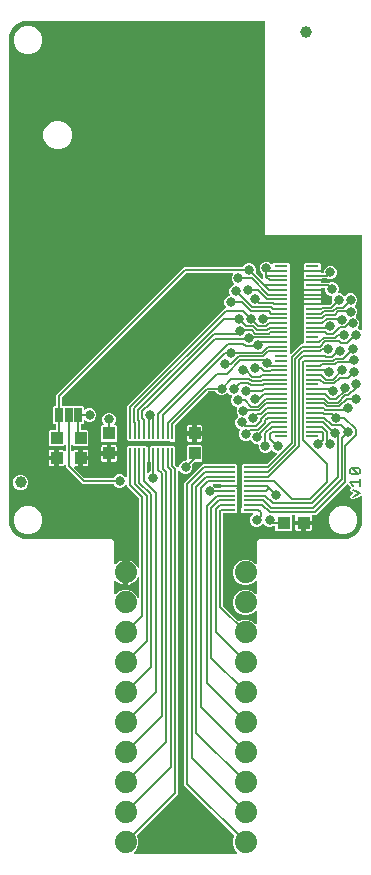
<source format=gbr>
G04 EAGLE Gerber RS-274X export*
G75*
%MOMM*%
%FSLAX34Y34*%
%LPD*%
%INTop Copper*%
%IPPOS*%
%AMOC8*
5,1,8,0,0,1.08239X$1,22.5*%
G01*
%ADD10C,0.152400*%
%ADD11R,1.140000X0.200000*%
%ADD12C,1.000000*%
%ADD13C,1.879600*%
%ADD14R,0.200000X1.100000*%
%ADD15R,0.200000X1.000000*%
%ADD16R,1.100000X0.200000*%
%ADD17R,1.000000X0.200000*%
%ADD18R,1.100000X1.000000*%
%ADD19R,1.000000X1.100000*%
%ADD20R,0.635000X1.270000*%
%ADD21C,0.838200*%
%ADD22C,0.203200*%
%ADD23C,0.177800*%
%ADD24C,0.254000*%

G36*
X102590Y-25384D02*
X102590Y-25384D01*
X102693Y-25375D01*
X102721Y-25364D01*
X102752Y-25359D01*
X102844Y-25315D01*
X102939Y-25276D01*
X102963Y-25257D01*
X102991Y-25244D01*
X103066Y-25174D01*
X103146Y-25109D01*
X103163Y-25083D01*
X103185Y-25062D01*
X103236Y-24973D01*
X103293Y-24888D01*
X103299Y-24864D01*
X103317Y-24831D01*
X103375Y-24572D01*
X103372Y-24534D01*
X103377Y-24511D01*
X103377Y-14623D01*
X104158Y-14746D01*
X105793Y-15278D01*
X107325Y-16058D01*
X108716Y-17069D01*
X109931Y-18284D01*
X110942Y-19675D01*
X111604Y-20974D01*
X111637Y-21021D01*
X111662Y-21073D01*
X111714Y-21128D01*
X111758Y-21190D01*
X111804Y-21225D01*
X111844Y-21267D01*
X111910Y-21305D01*
X111970Y-21351D01*
X112024Y-21370D01*
X112074Y-21399D01*
X112149Y-21415D01*
X112220Y-21441D01*
X112277Y-21444D01*
X112334Y-21457D01*
X112410Y-21450D01*
X112485Y-21454D01*
X112541Y-21440D01*
X112599Y-21435D01*
X112669Y-21407D01*
X112743Y-21388D01*
X112792Y-21358D01*
X112846Y-21336D01*
X112905Y-21288D01*
X112969Y-21248D01*
X113007Y-21205D01*
X113052Y-21168D01*
X113094Y-21105D01*
X113144Y-21048D01*
X113167Y-20995D01*
X113199Y-20947D01*
X113210Y-20899D01*
X113252Y-20805D01*
X113273Y-20621D01*
X113281Y-20586D01*
X113281Y-20582D01*
X113283Y-20571D01*
X113283Y36785D01*
X113280Y36806D01*
X113282Y36827D01*
X113260Y36937D01*
X113243Y37048D01*
X113234Y37067D01*
X113230Y37087D01*
X113206Y37126D01*
X113128Y37287D01*
X113051Y37369D01*
X113023Y37413D01*
X102903Y47533D01*
X102903Y48226D01*
X102896Y48277D01*
X102897Y48328D01*
X102876Y48407D01*
X102863Y48488D01*
X102841Y48535D01*
X102827Y48585D01*
X102783Y48654D01*
X102748Y48728D01*
X102713Y48765D01*
X102685Y48809D01*
X102622Y48862D01*
X102566Y48922D01*
X102522Y48948D01*
X102482Y48981D01*
X102407Y49013D01*
X102336Y49054D01*
X102285Y49065D01*
X102238Y49085D01*
X102156Y49094D01*
X102076Y49112D01*
X102025Y49108D01*
X101973Y49113D01*
X101893Y49097D01*
X101811Y49090D01*
X101763Y49071D01*
X101713Y49061D01*
X101669Y49033D01*
X101564Y48991D01*
X101425Y48878D01*
X101387Y48854D01*
X99758Y47224D01*
X97657Y46354D01*
X95383Y46354D01*
X93282Y47224D01*
X91674Y48832D01*
X91508Y49235D01*
X91476Y49288D01*
X91453Y49346D01*
X91407Y49401D01*
X91370Y49463D01*
X91324Y49504D01*
X91285Y49552D01*
X91225Y49592D01*
X91172Y49639D01*
X91115Y49665D01*
X91064Y49699D01*
X91017Y49710D01*
X90930Y49749D01*
X90718Y49776D01*
X90687Y49783D01*
X65093Y49783D01*
X51053Y63823D01*
X51053Y64583D01*
X51046Y64634D01*
X51047Y64685D01*
X51026Y64764D01*
X51013Y64845D01*
X50991Y64892D01*
X50977Y64942D01*
X50933Y65011D01*
X50898Y65085D01*
X50862Y65122D01*
X50835Y65166D01*
X50772Y65219D01*
X50716Y65279D01*
X50672Y65305D01*
X50632Y65338D01*
X50557Y65370D01*
X50486Y65411D01*
X50435Y65422D01*
X50388Y65442D01*
X50306Y65451D01*
X50226Y65469D01*
X50175Y65465D01*
X50123Y65470D01*
X50043Y65454D01*
X49961Y65447D01*
X49913Y65428D01*
X49863Y65418D01*
X49819Y65390D01*
X49714Y65348D01*
X49575Y65235D01*
X49537Y65211D01*
X49044Y64717D01*
X48483Y64485D01*
X44957Y64485D01*
X44957Y70621D01*
X44942Y70722D01*
X44933Y70825D01*
X44922Y70853D01*
X44917Y70884D01*
X44873Y70976D01*
X44834Y71071D01*
X44815Y71095D01*
X44802Y71123D01*
X44732Y71198D01*
X44667Y71278D01*
X44641Y71295D01*
X44620Y71317D01*
X44531Y71368D01*
X44446Y71425D01*
X44422Y71430D01*
X44389Y71449D01*
X44130Y71507D01*
X44092Y71504D01*
X44069Y71509D01*
X43179Y71509D01*
X43179Y71511D01*
X44069Y71511D01*
X44170Y71526D01*
X44273Y71535D01*
X44301Y71546D01*
X44332Y71551D01*
X44424Y71595D01*
X44519Y71634D01*
X44543Y71653D01*
X44571Y71666D01*
X44646Y71736D01*
X44726Y71801D01*
X44743Y71827D01*
X44765Y71848D01*
X44816Y71937D01*
X44873Y72022D01*
X44878Y72046D01*
X44897Y72079D01*
X44955Y72338D01*
X44952Y72376D01*
X44957Y72399D01*
X44957Y78535D01*
X48483Y78535D01*
X49044Y78303D01*
X49537Y77809D01*
X49578Y77779D01*
X49614Y77741D01*
X49685Y77700D01*
X49751Y77652D01*
X49800Y77635D01*
X49844Y77609D01*
X49924Y77591D01*
X50002Y77564D01*
X50054Y77563D01*
X50104Y77551D01*
X50186Y77558D01*
X50268Y77555D01*
X50317Y77569D01*
X50369Y77573D01*
X50445Y77603D01*
X50524Y77625D01*
X50568Y77653D01*
X50616Y77672D01*
X50679Y77724D01*
X50748Y77768D01*
X50782Y77807D01*
X50822Y77840D01*
X50867Y77908D01*
X50920Y77970D01*
X50941Y78018D01*
X50969Y78061D01*
X50981Y78111D01*
X51025Y78215D01*
X51043Y78393D01*
X51053Y78437D01*
X51053Y81583D01*
X51046Y81634D01*
X51047Y81685D01*
X51026Y81764D01*
X51013Y81845D01*
X50991Y81892D01*
X50977Y81942D01*
X50933Y82011D01*
X50898Y82085D01*
X50863Y82122D01*
X50835Y82166D01*
X50772Y82219D01*
X50716Y82279D01*
X50672Y82305D01*
X50632Y82338D01*
X50557Y82370D01*
X50486Y82411D01*
X50435Y82422D01*
X50388Y82442D01*
X50306Y82451D01*
X50226Y82469D01*
X50175Y82465D01*
X50123Y82470D01*
X50043Y82454D01*
X49961Y82447D01*
X49913Y82428D01*
X49863Y82418D01*
X49819Y82390D01*
X49714Y82348D01*
X49575Y82235D01*
X49537Y82211D01*
X48812Y81485D01*
X37548Y81485D01*
X36655Y82378D01*
X36655Y94642D01*
X37548Y95535D01*
X42037Y95535D01*
X42139Y95550D01*
X42241Y95558D01*
X42269Y95570D01*
X42300Y95575D01*
X42392Y95619D01*
X42488Y95657D01*
X42511Y95677D01*
X42539Y95690D01*
X42614Y95760D01*
X42694Y95825D01*
X42711Y95851D01*
X42733Y95872D01*
X42784Y95961D01*
X42841Y96046D01*
X42847Y96070D01*
X42865Y96102D01*
X42923Y96362D01*
X42920Y96400D01*
X42925Y96423D01*
X42925Y99187D01*
X42910Y99289D01*
X42902Y99391D01*
X42890Y99419D01*
X42885Y99450D01*
X42841Y99542D01*
X42803Y99638D01*
X42783Y99661D01*
X42770Y99689D01*
X42700Y99764D01*
X42635Y99844D01*
X42609Y99861D01*
X42588Y99883D01*
X42499Y99934D01*
X42414Y99991D01*
X42390Y99997D01*
X42358Y100015D01*
X42098Y100073D01*
X42060Y100070D01*
X42037Y100075D01*
X41405Y100075D01*
X40512Y100968D01*
X40512Y114932D01*
X41405Y115825D01*
X42037Y115825D01*
X42139Y115840D01*
X42241Y115848D01*
X42269Y115860D01*
X42300Y115865D01*
X42392Y115909D01*
X42488Y115947D01*
X42511Y115967D01*
X42539Y115980D01*
X42614Y116050D01*
X42694Y116115D01*
X42711Y116141D01*
X42733Y116162D01*
X42784Y116251D01*
X42841Y116336D01*
X42847Y116360D01*
X42865Y116392D01*
X42923Y116652D01*
X42920Y116690D01*
X42925Y116713D01*
X42925Y124899D01*
X150945Y232919D01*
X200415Y232919D01*
X200476Y232928D01*
X200538Y232927D01*
X200607Y232948D01*
X200678Y232959D01*
X200734Y232985D01*
X200793Y233003D01*
X200853Y233043D01*
X200917Y233074D01*
X200963Y233117D01*
X201014Y233151D01*
X201042Y233190D01*
X201111Y233256D01*
X201218Y233441D01*
X201236Y233467D01*
X201402Y233870D01*
X203010Y235478D01*
X205111Y236348D01*
X207385Y236348D01*
X209486Y235478D01*
X211094Y233870D01*
X211964Y231769D01*
X211964Y229495D01*
X211797Y229092D01*
X211782Y229032D01*
X211758Y228975D01*
X211750Y228904D01*
X211733Y228834D01*
X211737Y228773D01*
X211730Y228711D01*
X211744Y228641D01*
X211748Y228569D01*
X211770Y228511D01*
X211782Y228450D01*
X211808Y228410D01*
X211842Y228320D01*
X211973Y228151D01*
X211989Y228124D01*
X216870Y223244D01*
X216911Y223213D01*
X216947Y223176D01*
X217018Y223135D01*
X217084Y223086D01*
X217133Y223069D01*
X217177Y223044D01*
X217257Y223026D01*
X217335Y222999D01*
X217387Y222997D01*
X217437Y222986D01*
X217519Y222993D01*
X217601Y222990D01*
X217650Y223003D01*
X217702Y223008D01*
X217778Y223038D01*
X217857Y223060D01*
X217901Y223087D01*
X217949Y223107D01*
X218012Y223158D01*
X218081Y223202D01*
X218115Y223242D01*
X218155Y223274D01*
X218200Y223342D01*
X218253Y223405D01*
X218274Y223452D01*
X218302Y223495D01*
X218314Y223546D01*
X218358Y223649D01*
X218376Y223828D01*
X218386Y223872D01*
X218386Y226370D01*
X218377Y226431D01*
X218378Y226493D01*
X218357Y226562D01*
X218346Y226632D01*
X218320Y226688D01*
X218302Y226748D01*
X218262Y226807D01*
X218231Y226872D01*
X218188Y226917D01*
X218154Y226969D01*
X218115Y226996D01*
X218049Y227066D01*
X217863Y227172D01*
X217838Y227190D01*
X217562Y227304D01*
X215954Y228912D01*
X215084Y231013D01*
X215084Y233287D01*
X215954Y235388D01*
X217562Y236996D01*
X219663Y237866D01*
X221937Y237866D01*
X224038Y236996D01*
X225161Y235872D01*
X225244Y235811D01*
X225322Y235744D01*
X225351Y235732D01*
X225375Y235714D01*
X225472Y235680D01*
X225567Y235640D01*
X225597Y235637D01*
X225626Y235627D01*
X225729Y235623D01*
X225831Y235613D01*
X225861Y235619D01*
X225892Y235618D01*
X225991Y235645D01*
X226092Y235665D01*
X226112Y235678D01*
X226149Y235688D01*
X226373Y235830D01*
X226398Y235859D01*
X226418Y235872D01*
X226868Y236323D01*
X239532Y236323D01*
X240425Y235430D01*
X240425Y231798D01*
X240425Y227798D01*
X240425Y223798D01*
X240425Y219798D01*
X240425Y215798D01*
X240425Y211798D01*
X240425Y207798D01*
X240425Y203798D01*
X240425Y199798D01*
X240425Y195798D01*
X240425Y191798D01*
X240425Y187798D01*
X240425Y183798D01*
X240425Y179798D01*
X240425Y175798D01*
X240425Y171798D01*
X240425Y167798D01*
X240425Y163798D01*
X240425Y160459D01*
X240432Y160408D01*
X240431Y160356D01*
X240452Y160277D01*
X240465Y160196D01*
X240487Y160150D01*
X240501Y160100D01*
X240545Y160031D01*
X240580Y159957D01*
X240615Y159919D01*
X240643Y159876D01*
X240706Y159823D01*
X240762Y159763D01*
X240806Y159737D01*
X240846Y159704D01*
X240921Y159671D01*
X240992Y159631D01*
X241043Y159620D01*
X241090Y159599D01*
X241172Y159591D01*
X241252Y159573D01*
X241303Y159577D01*
X241355Y159572D01*
X241435Y159588D01*
X241517Y159595D01*
X241565Y159614D01*
X241615Y159624D01*
X241659Y159652D01*
X241764Y159694D01*
X241903Y159807D01*
X241941Y159831D01*
X250195Y168085D01*
X251452Y168085D01*
X251554Y168100D01*
X251656Y168108D01*
X251684Y168120D01*
X251715Y168125D01*
X251807Y168169D01*
X251903Y168207D01*
X251926Y168227D01*
X251954Y168240D01*
X252029Y168310D01*
X252109Y168375D01*
X252126Y168401D01*
X252148Y168422D01*
X252199Y168511D01*
X252256Y168596D01*
X252262Y168620D01*
X252280Y168652D01*
X252312Y168793D01*
X252360Y168932D01*
X252364Y169045D01*
X252375Y169096D01*
X252375Y170500D01*
X252372Y170521D01*
X252374Y170542D01*
X252352Y170653D01*
X252340Y170732D01*
X252340Y172875D01*
X252360Y172932D01*
X252363Y173006D01*
X252373Y173053D01*
X252371Y173077D01*
X252375Y173096D01*
X252375Y174500D01*
X252372Y174521D01*
X252374Y174542D01*
X252352Y174653D01*
X252340Y174732D01*
X252340Y176875D01*
X252360Y176932D01*
X252364Y177045D01*
X252375Y177095D01*
X252375Y178500D01*
X252372Y178521D01*
X252374Y178542D01*
X252352Y178653D01*
X252340Y178732D01*
X252340Y180875D01*
X252360Y180932D01*
X252362Y180999D01*
X252373Y181047D01*
X252371Y181076D01*
X252375Y181096D01*
X252375Y182500D01*
X252372Y182521D01*
X252374Y182542D01*
X252352Y182653D01*
X252340Y182732D01*
X252340Y184875D01*
X252360Y184932D01*
X252364Y185045D01*
X252375Y185096D01*
X252375Y186500D01*
X252372Y186521D01*
X252374Y186542D01*
X252352Y186653D01*
X252340Y186732D01*
X252340Y188875D01*
X252360Y188932D01*
X252362Y188992D01*
X252373Y189041D01*
X252370Y189074D01*
X252375Y189096D01*
X252375Y190500D01*
X252372Y190521D01*
X252374Y190542D01*
X252352Y190653D01*
X252340Y190732D01*
X252340Y192875D01*
X252360Y192932D01*
X252364Y193045D01*
X252375Y193096D01*
X252375Y194500D01*
X252372Y194521D01*
X252374Y194542D01*
X252352Y194653D01*
X252340Y194732D01*
X252340Y196875D01*
X252360Y196932D01*
X252362Y196985D01*
X252373Y197035D01*
X252370Y197073D01*
X252375Y197096D01*
X252375Y198500D01*
X252372Y198521D01*
X252374Y198542D01*
X252352Y198653D01*
X252340Y198732D01*
X252340Y200875D01*
X252359Y200930D01*
X252389Y200932D01*
X252419Y200944D01*
X252452Y200949D01*
X252471Y200958D01*
X252492Y200963D01*
X252530Y200987D01*
X252544Y200994D01*
X252636Y201030D01*
X252662Y201051D01*
X252691Y201065D01*
X252765Y201134D01*
X252780Y201146D01*
X252817Y201170D01*
X252818Y201170D01*
X252829Y201185D01*
X252843Y201197D01*
X252862Y201224D01*
X252886Y201246D01*
X252926Y201317D01*
X252975Y201384D01*
X252981Y201402D01*
X252992Y201417D01*
X253002Y201449D01*
X253018Y201477D01*
X253035Y201556D01*
X253063Y201635D01*
X253063Y201654D01*
X253069Y201672D01*
X253068Y201705D01*
X253075Y201737D01*
X253076Y201737D01*
X253069Y201817D01*
X253072Y201901D01*
X253067Y201919D01*
X253067Y201937D01*
X253057Y201970D01*
X253054Y202002D01*
X253024Y202077D01*
X253002Y202157D01*
X252992Y202173D01*
X252986Y202191D01*
X252970Y202211D01*
X252955Y202249D01*
X252903Y202312D01*
X252859Y202381D01*
X252820Y202415D01*
X252787Y202455D01*
X252758Y202474D01*
X252744Y202492D01*
X252698Y202519D01*
X252657Y202553D01*
X252609Y202574D01*
X252566Y202603D01*
X252544Y202607D01*
X252514Y202625D01*
X252461Y202637D01*
X252412Y202658D01*
X252350Y202664D01*
X252340Y202732D01*
X252340Y204875D01*
X252359Y204930D01*
X252389Y204932D01*
X252419Y204944D01*
X252452Y204949D01*
X252471Y204958D01*
X252492Y204963D01*
X252530Y204987D01*
X252544Y204994D01*
X252636Y205030D01*
X252662Y205051D01*
X252691Y205065D01*
X252765Y205134D01*
X252780Y205146D01*
X252817Y205170D01*
X252818Y205170D01*
X252829Y205185D01*
X252843Y205197D01*
X252862Y205224D01*
X252886Y205246D01*
X252926Y205317D01*
X252975Y205384D01*
X252981Y205402D01*
X252992Y205417D01*
X253002Y205449D01*
X253018Y205477D01*
X253035Y205556D01*
X253063Y205635D01*
X253063Y205654D01*
X253069Y205672D01*
X253068Y205705D01*
X253075Y205737D01*
X253076Y205737D01*
X253069Y205817D01*
X253072Y205901D01*
X253067Y205919D01*
X253067Y205937D01*
X253057Y205970D01*
X253054Y206002D01*
X253024Y206077D01*
X253002Y206157D01*
X252992Y206173D01*
X252986Y206191D01*
X252970Y206211D01*
X252955Y206249D01*
X252903Y206312D01*
X252859Y206381D01*
X252820Y206415D01*
X252787Y206455D01*
X252758Y206474D01*
X252744Y206492D01*
X252698Y206519D01*
X252657Y206553D01*
X252609Y206574D01*
X252566Y206603D01*
X252544Y206607D01*
X252514Y206625D01*
X252461Y206637D01*
X252412Y206658D01*
X252350Y206664D01*
X252340Y206732D01*
X252340Y208875D01*
X252359Y208930D01*
X252389Y208932D01*
X252419Y208944D01*
X252452Y208949D01*
X252471Y208958D01*
X252492Y208963D01*
X252530Y208987D01*
X252544Y208994D01*
X252636Y209030D01*
X252662Y209051D01*
X252691Y209065D01*
X252765Y209134D01*
X252780Y209146D01*
X252817Y209170D01*
X252818Y209170D01*
X252829Y209185D01*
X252843Y209197D01*
X252862Y209224D01*
X252886Y209246D01*
X252926Y209317D01*
X252975Y209384D01*
X252981Y209402D01*
X252992Y209417D01*
X253002Y209449D01*
X253018Y209477D01*
X253035Y209556D01*
X253063Y209635D01*
X253063Y209654D01*
X253069Y209672D01*
X253068Y209705D01*
X253075Y209737D01*
X253076Y209737D01*
X253069Y209817D01*
X253072Y209901D01*
X253067Y209919D01*
X253067Y209937D01*
X253057Y209970D01*
X253054Y210002D01*
X253024Y210077D01*
X253002Y210157D01*
X252992Y210173D01*
X252986Y210191D01*
X252970Y210211D01*
X252955Y210249D01*
X252903Y210312D01*
X252859Y210381D01*
X252820Y210415D01*
X252787Y210455D01*
X252758Y210474D01*
X252744Y210492D01*
X252698Y210519D01*
X252657Y210553D01*
X252609Y210574D01*
X252566Y210603D01*
X252544Y210607D01*
X252514Y210625D01*
X252461Y210637D01*
X252412Y210658D01*
X252350Y210664D01*
X252340Y210732D01*
X252340Y212875D01*
X252359Y212930D01*
X252389Y212932D01*
X252419Y212944D01*
X252452Y212949D01*
X252471Y212958D01*
X252492Y212963D01*
X252530Y212987D01*
X252544Y212994D01*
X252636Y213030D01*
X252662Y213051D01*
X252691Y213065D01*
X252765Y213134D01*
X252780Y213146D01*
X252817Y213170D01*
X252818Y213170D01*
X252829Y213185D01*
X252843Y213197D01*
X252862Y213224D01*
X252886Y213246D01*
X252926Y213317D01*
X252975Y213384D01*
X252981Y213402D01*
X252992Y213417D01*
X253002Y213449D01*
X253018Y213477D01*
X253035Y213556D01*
X253063Y213635D01*
X253063Y213654D01*
X253069Y213672D01*
X253068Y213705D01*
X253075Y213737D01*
X253076Y213737D01*
X253069Y213817D01*
X253072Y213901D01*
X253067Y213919D01*
X253067Y213937D01*
X253057Y213970D01*
X253054Y214002D01*
X253024Y214077D01*
X253002Y214157D01*
X252992Y214173D01*
X252986Y214191D01*
X252970Y214211D01*
X252955Y214249D01*
X252903Y214312D01*
X252859Y214381D01*
X252820Y214415D01*
X252787Y214455D01*
X252758Y214474D01*
X252744Y214492D01*
X252698Y214519D01*
X252657Y214553D01*
X252609Y214574D01*
X252566Y214603D01*
X252544Y214607D01*
X252514Y214625D01*
X252461Y214637D01*
X252412Y214658D01*
X252350Y214664D01*
X252340Y214732D01*
X252340Y216875D01*
X252360Y216932D01*
X252364Y217045D01*
X252375Y217095D01*
X252375Y218501D01*
X252372Y218521D01*
X252374Y218543D01*
X252352Y218652D01*
X252340Y218732D01*
X252340Y220875D01*
X252360Y220932D01*
X252381Y220939D01*
X252452Y220949D01*
X252499Y220972D01*
X252549Y220986D01*
X252556Y220991D01*
X252566Y220993D01*
X252590Y221012D01*
X252617Y221029D01*
X252691Y221065D01*
X252730Y221101D01*
X252773Y221128D01*
X252826Y221191D01*
X252846Y221209D01*
X252872Y221229D01*
X252878Y221239D01*
X252886Y221246D01*
X252911Y221291D01*
X252945Y221331D01*
X252973Y221396D01*
X253010Y221457D01*
X253012Y221468D01*
X253018Y221477D01*
X253029Y221527D01*
X253049Y221575D01*
X253057Y221646D01*
X253074Y221715D01*
X253073Y221726D01*
X253076Y221737D01*
X253071Y221788D01*
X253077Y221840D01*
X253063Y221909D01*
X253059Y221980D01*
X253055Y221991D01*
X253054Y222002D01*
X253035Y222049D01*
X253025Y222100D01*
X252999Y222141D01*
X252966Y222229D01*
X252959Y222238D01*
X252955Y222249D01*
X252878Y222343D01*
X252834Y222401D01*
X252818Y222426D01*
X252817Y222426D01*
X252810Y222432D01*
X252804Y222440D01*
X252795Y222446D01*
X252787Y222455D01*
X252694Y222517D01*
X252604Y222584D01*
X252594Y222587D01*
X252586Y222593D01*
X252576Y222596D01*
X252566Y222603D01*
X252533Y222610D01*
X252473Y222629D01*
X252352Y222671D01*
X252349Y222671D01*
X252340Y222732D01*
X252340Y224875D01*
X252360Y224932D01*
X252364Y225045D01*
X252375Y225095D01*
X252375Y226501D01*
X252372Y226521D01*
X252374Y226543D01*
X252352Y226652D01*
X252340Y226732D01*
X252340Y228875D01*
X252360Y228932D01*
X252360Y228934D01*
X252370Y228937D01*
X252452Y228949D01*
X252471Y228958D01*
X252492Y228963D01*
X252512Y228976D01*
X252549Y228986D01*
X252617Y229029D01*
X252691Y229065D01*
X252729Y229101D01*
X252773Y229128D01*
X252797Y229157D01*
X252817Y229170D01*
X252818Y229170D01*
X252848Y229211D01*
X252886Y229246D01*
X252911Y229291D01*
X252945Y229331D01*
X252957Y229359D01*
X252975Y229384D01*
X252992Y229433D01*
X253018Y229477D01*
X253029Y229527D01*
X253049Y229575D01*
X253053Y229606D01*
X253063Y229635D01*
X253064Y229687D01*
X253073Y229724D01*
X253076Y229737D01*
X253071Y229788D01*
X253077Y229840D01*
X253071Y229870D01*
X253072Y229901D01*
X253058Y229951D01*
X253054Y230002D01*
X253035Y230049D01*
X253025Y230100D01*
X253012Y230121D01*
X253002Y230157D01*
X252974Y230201D01*
X252955Y230249D01*
X252903Y230312D01*
X252859Y230381D01*
X252830Y230406D01*
X252818Y230426D01*
X252817Y230426D01*
X252801Y230439D01*
X252787Y230455D01*
X252719Y230501D01*
X252657Y230553D01*
X252629Y230566D01*
X252604Y230584D01*
X252584Y230591D01*
X252566Y230603D01*
X252522Y230612D01*
X252506Y230618D01*
X252412Y230658D01*
X252382Y230661D01*
X252352Y230671D01*
X252349Y230671D01*
X252340Y230732D01*
X252340Y232875D01*
X252360Y232932D01*
X252364Y233045D01*
X252375Y233096D01*
X252375Y235430D01*
X253268Y236323D01*
X265932Y236323D01*
X266825Y235430D01*
X266825Y233096D01*
X266828Y233075D01*
X266826Y233054D01*
X266848Y232943D01*
X266860Y232864D01*
X266860Y230721D01*
X266840Y230664D01*
X266840Y230662D01*
X266830Y230659D01*
X266748Y230647D01*
X266729Y230637D01*
X266708Y230633D01*
X266688Y230620D01*
X266651Y230610D01*
X266583Y230567D01*
X266508Y230531D01*
X266471Y230495D01*
X266427Y230468D01*
X266403Y230439D01*
X266383Y230426D01*
X266382Y230426D01*
X266352Y230385D01*
X266314Y230349D01*
X266289Y230305D01*
X266255Y230265D01*
X266243Y230237D01*
X266225Y230212D01*
X266208Y230163D01*
X266182Y230119D01*
X266171Y230069D01*
X266151Y230021D01*
X266147Y229990D01*
X266137Y229961D01*
X266136Y229909D01*
X266124Y229859D01*
X266129Y229808D01*
X266123Y229756D01*
X266129Y229726D01*
X266128Y229695D01*
X266142Y229645D01*
X266146Y229594D01*
X266165Y229547D01*
X266175Y229496D01*
X266188Y229476D01*
X266198Y229439D01*
X266226Y229395D01*
X266245Y229347D01*
X266297Y229284D01*
X266341Y229215D01*
X266370Y229190D01*
X266382Y229170D01*
X266383Y229170D01*
X266399Y229157D01*
X266413Y229141D01*
X266481Y229095D01*
X266543Y229043D01*
X266571Y229031D01*
X266597Y229012D01*
X266616Y229005D01*
X266634Y228993D01*
X266678Y228984D01*
X266695Y228978D01*
X266788Y228938D01*
X266818Y228935D01*
X266848Y228925D01*
X266851Y228925D01*
X266864Y228833D01*
X266874Y228814D01*
X266878Y228793D01*
X266882Y228786D01*
X266883Y228769D01*
X266895Y228741D01*
X266900Y228710D01*
X266944Y228618D01*
X266982Y228522D01*
X267002Y228499D01*
X267015Y228471D01*
X267085Y228396D01*
X267150Y228316D01*
X267176Y228299D01*
X267197Y228277D01*
X267286Y228226D01*
X267371Y228169D01*
X267395Y228163D01*
X267427Y228145D01*
X267687Y228087D01*
X267725Y228090D01*
X267748Y228085D01*
X268486Y228085D01*
X268588Y228100D01*
X268690Y228108D01*
X268718Y228120D01*
X268749Y228125D01*
X268841Y228169D01*
X268937Y228207D01*
X268960Y228227D01*
X268988Y228240D01*
X269063Y228310D01*
X269143Y228375D01*
X269160Y228401D01*
X269182Y228422D01*
X269233Y228511D01*
X269290Y228596D01*
X269296Y228620D01*
X269314Y228652D01*
X269372Y228912D01*
X269369Y228950D01*
X269374Y228973D01*
X269374Y229737D01*
X270244Y231838D01*
X271852Y233446D01*
X273953Y234316D01*
X276227Y234316D01*
X278328Y233446D01*
X279936Y231838D01*
X280806Y229737D01*
X280806Y227463D01*
X279936Y225362D01*
X278328Y223754D01*
X276227Y222884D01*
X273953Y222884D01*
X272603Y223444D01*
X272345Y223507D01*
X272293Y223505D01*
X272263Y223511D01*
X267748Y223511D01*
X267646Y223496D01*
X267544Y223488D01*
X267516Y223476D01*
X267485Y223471D01*
X267393Y223427D01*
X267297Y223389D01*
X267274Y223369D01*
X267246Y223356D01*
X267171Y223286D01*
X267091Y223221D01*
X267074Y223195D01*
X267052Y223174D01*
X267001Y223085D01*
X266944Y223000D01*
X266938Y222976D01*
X266920Y222944D01*
X266888Y222803D01*
X266840Y222664D01*
X266840Y222662D01*
X266830Y222659D01*
X266748Y222647D01*
X266729Y222637D01*
X266708Y222633D01*
X266688Y222620D01*
X266651Y222610D01*
X266583Y222567D01*
X266508Y222531D01*
X266471Y222495D01*
X266427Y222468D01*
X266403Y222439D01*
X266383Y222426D01*
X266382Y222426D01*
X266352Y222385D01*
X266314Y222349D01*
X266289Y222305D01*
X266255Y222265D01*
X266243Y222237D01*
X266225Y222212D01*
X266208Y222163D01*
X266182Y222119D01*
X266171Y222069D01*
X266151Y222021D01*
X266147Y221990D01*
X266137Y221961D01*
X266136Y221909D01*
X266124Y221859D01*
X266129Y221808D01*
X266123Y221756D01*
X266129Y221726D01*
X266128Y221695D01*
X266142Y221645D01*
X266146Y221594D01*
X266165Y221547D01*
X266175Y221496D01*
X266188Y221476D01*
X266198Y221439D01*
X266226Y221395D01*
X266245Y221347D01*
X266297Y221284D01*
X266341Y221215D01*
X266370Y221190D01*
X266382Y221170D01*
X266383Y221170D01*
X266399Y221157D01*
X266413Y221141D01*
X266481Y221095D01*
X266543Y221043D01*
X266571Y221031D01*
X266597Y221012D01*
X266616Y221005D01*
X266634Y220993D01*
X266678Y220984D01*
X266695Y220978D01*
X266788Y220938D01*
X266818Y220935D01*
X266848Y220925D01*
X266851Y220925D01*
X266864Y220833D01*
X266874Y220814D01*
X266878Y220793D01*
X266882Y220786D01*
X266883Y220769D01*
X266895Y220741D01*
X266900Y220710D01*
X266944Y220618D01*
X266982Y220522D01*
X267002Y220499D01*
X267015Y220471D01*
X267085Y220396D01*
X267150Y220316D01*
X267176Y220299D01*
X267197Y220277D01*
X267286Y220226D01*
X267371Y220169D01*
X267395Y220163D01*
X267427Y220145D01*
X267687Y220087D01*
X267725Y220090D01*
X267748Y220085D01*
X274416Y220085D01*
X274679Y220125D01*
X274726Y220147D01*
X274756Y220152D01*
X275223Y220346D01*
X277497Y220346D01*
X279598Y219476D01*
X281206Y217868D01*
X282076Y215767D01*
X282076Y213493D01*
X281530Y212176D01*
X281528Y212166D01*
X281522Y212157D01*
X281496Y212037D01*
X281466Y211918D01*
X281467Y211907D01*
X281465Y211897D01*
X281475Y211775D01*
X281482Y211653D01*
X281485Y211643D01*
X281486Y211632D01*
X281532Y211518D01*
X281575Y211404D01*
X281581Y211395D01*
X281585Y211385D01*
X281663Y211290D01*
X281738Y211193D01*
X281746Y211187D01*
X281753Y211179D01*
X281855Y211111D01*
X281955Y211041D01*
X281965Y211037D01*
X281974Y211032D01*
X282004Y211025D01*
X282208Y210959D01*
X282304Y210958D01*
X282351Y210948D01*
X283077Y210948D01*
X285178Y210078D01*
X286392Y208863D01*
X286475Y208802D01*
X286553Y208736D01*
X286581Y208724D01*
X286606Y208706D01*
X286703Y208672D01*
X286797Y208632D01*
X286828Y208628D01*
X286857Y208618D01*
X286960Y208615D01*
X287062Y208604D01*
X287092Y208610D01*
X287123Y208609D01*
X287222Y208636D01*
X287322Y208656D01*
X287343Y208669D01*
X287379Y208679D01*
X287603Y208822D01*
X287628Y208851D01*
X287648Y208863D01*
X288862Y210078D01*
X290963Y210948D01*
X293237Y210948D01*
X295338Y210078D01*
X296946Y208470D01*
X297816Y206369D01*
X297816Y204095D01*
X296946Y201994D01*
X295858Y200907D01*
X295797Y200824D01*
X295731Y200746D01*
X295719Y200718D01*
X295701Y200693D01*
X295667Y200596D01*
X295627Y200502D01*
X295623Y200471D01*
X295613Y200442D01*
X295610Y200340D01*
X295599Y200237D01*
X295605Y200207D01*
X295604Y200176D01*
X295631Y200077D01*
X295651Y199977D01*
X295664Y199957D01*
X295674Y199920D01*
X295817Y199696D01*
X295845Y199671D01*
X295858Y199651D01*
X296946Y198564D01*
X297816Y196463D01*
X297816Y194189D01*
X296946Y192088D01*
X296647Y191789D01*
X296640Y191781D01*
X296632Y191774D01*
X296562Y191674D01*
X296489Y191575D01*
X296485Y191565D01*
X296479Y191557D01*
X296442Y191440D01*
X296401Y191324D01*
X296401Y191314D01*
X296398Y191304D01*
X296396Y191181D01*
X296392Y191059D01*
X296395Y191048D01*
X296395Y191038D01*
X296430Y190920D01*
X296462Y190802D01*
X296468Y190793D01*
X296471Y190783D01*
X296539Y190682D01*
X296605Y190578D01*
X296613Y190571D01*
X296619Y190562D01*
X296644Y190544D01*
X296807Y190406D01*
X296895Y190368D01*
X296935Y190341D01*
X297116Y190266D01*
X298724Y188658D01*
X299594Y186557D01*
X299594Y184283D01*
X298689Y182098D01*
X298670Y182072D01*
X298666Y182062D01*
X298660Y182054D01*
X298623Y181937D01*
X298582Y181821D01*
X298582Y181810D01*
X298579Y181800D01*
X298577Y181678D01*
X298573Y181555D01*
X298576Y181545D01*
X298576Y181535D01*
X298611Y181417D01*
X298643Y181299D01*
X298649Y181290D01*
X298652Y181280D01*
X298720Y181178D01*
X298786Y181075D01*
X298794Y181068D01*
X298799Y181059D01*
X298825Y181041D01*
X298988Y180902D01*
X299076Y180865D01*
X299115Y180837D01*
X299656Y180614D01*
X300489Y179780D01*
X300530Y179750D01*
X300566Y179712D01*
X300637Y179671D01*
X300703Y179623D01*
X300752Y179606D01*
X300796Y179580D01*
X300876Y179562D01*
X300954Y179535D01*
X301006Y179533D01*
X301056Y179522D01*
X301138Y179529D01*
X301220Y179526D01*
X301269Y179540D01*
X301321Y179544D01*
X301397Y179574D01*
X301476Y179596D01*
X301520Y179624D01*
X301568Y179643D01*
X301631Y179695D01*
X301700Y179739D01*
X301734Y179778D01*
X301774Y179810D01*
X301819Y179879D01*
X301872Y179941D01*
X301893Y179989D01*
X301921Y180032D01*
X301933Y180082D01*
X301977Y180186D01*
X301995Y180364D01*
X302005Y180408D01*
X302005Y259207D01*
X301990Y259309D01*
X301982Y259411D01*
X301970Y259439D01*
X301965Y259470D01*
X301921Y259562D01*
X301883Y259658D01*
X301863Y259681D01*
X301850Y259709D01*
X301780Y259784D01*
X301715Y259864D01*
X301689Y259881D01*
X301668Y259903D01*
X301579Y259954D01*
X301494Y260011D01*
X301470Y260017D01*
X301438Y260035D01*
X301178Y260093D01*
X301140Y260090D01*
X301117Y260095D01*
X220348Y260095D01*
X219455Y260988D01*
X219455Y440817D01*
X219440Y440919D01*
X219432Y441021D01*
X219420Y441049D01*
X219415Y441080D01*
X219371Y441172D01*
X219333Y441268D01*
X219313Y441291D01*
X219300Y441319D01*
X219230Y441394D01*
X219165Y441474D01*
X219139Y441491D01*
X219118Y441513D01*
X219029Y441564D01*
X218944Y441621D01*
X218920Y441627D01*
X218888Y441645D01*
X218628Y441703D01*
X218590Y441700D01*
X218567Y441705D01*
X17780Y441705D01*
X17726Y441697D01*
X17693Y441701D01*
X14943Y441430D01*
X14700Y441369D01*
X14690Y441367D01*
X9608Y439262D01*
X9381Y439125D01*
X9346Y439086D01*
X9320Y439069D01*
X5431Y435180D01*
X5273Y434966D01*
X5256Y434917D01*
X5238Y434892D01*
X3133Y429810D01*
X3073Y429567D01*
X3070Y429557D01*
X2799Y426807D01*
X2802Y426752D01*
X2795Y426720D01*
X2795Y17780D01*
X2803Y17726D01*
X2799Y17693D01*
X3070Y14943D01*
X3097Y14838D01*
X3100Y14801D01*
X3116Y14759D01*
X3131Y14700D01*
X3133Y14690D01*
X5238Y9608D01*
X5375Y9381D01*
X5414Y9346D01*
X5431Y9320D01*
X9320Y5431D01*
X9534Y5273D01*
X9583Y5256D01*
X9608Y5238D01*
X14690Y3133D01*
X14933Y3073D01*
X14943Y3070D01*
X17693Y2799D01*
X17748Y2802D01*
X17780Y2795D01*
X90058Y2795D01*
X91695Y1158D01*
X91695Y-17717D01*
X91713Y-17837D01*
X91728Y-17958D01*
X91733Y-17968D01*
X91735Y-17980D01*
X91788Y-18089D01*
X91838Y-18200D01*
X91845Y-18209D01*
X91850Y-18219D01*
X91934Y-18308D01*
X92014Y-18399D01*
X92024Y-18405D01*
X92032Y-18413D01*
X92137Y-18474D01*
X92241Y-18537D01*
X92253Y-18540D01*
X92262Y-18545D01*
X92381Y-18572D01*
X92499Y-18601D01*
X92511Y-18601D01*
X92522Y-18603D01*
X92643Y-18593D01*
X92765Y-18586D01*
X92775Y-18582D01*
X92787Y-18581D01*
X92882Y-18543D01*
X92893Y-18541D01*
X92903Y-18535D01*
X93014Y-18494D01*
X93021Y-18488D01*
X93034Y-18482D01*
X93207Y-18342D01*
X93219Y-18334D01*
X93231Y-18322D01*
X93240Y-18315D01*
X93243Y-18310D01*
X94484Y-17069D01*
X95875Y-16058D01*
X97407Y-15278D01*
X99042Y-14746D01*
X99823Y-14623D01*
X99823Y-24511D01*
X99838Y-24612D01*
X99846Y-24715D01*
X99858Y-24743D01*
X99863Y-24774D01*
X99907Y-24866D01*
X99945Y-24961D01*
X99965Y-24985D01*
X99978Y-25013D01*
X100048Y-25088D01*
X100113Y-25168D01*
X100139Y-25185D01*
X100160Y-25207D01*
X100249Y-25258D01*
X100334Y-25315D01*
X100358Y-25320D01*
X100390Y-25339D01*
X100650Y-25397D01*
X100688Y-25394D01*
X100711Y-25399D01*
X102489Y-25399D01*
X102590Y-25384D01*
G37*
G36*
X195565Y-263898D02*
X195565Y-263898D01*
X195616Y-263899D01*
X195696Y-263878D01*
X195777Y-263865D01*
X195823Y-263843D01*
X195873Y-263829D01*
X195942Y-263785D01*
X196016Y-263750D01*
X196054Y-263715D01*
X196097Y-263687D01*
X196150Y-263624D01*
X196210Y-263568D01*
X196236Y-263524D01*
X196269Y-263484D01*
X196302Y-263409D01*
X196342Y-263338D01*
X196353Y-263287D01*
X196374Y-263240D01*
X196382Y-263158D01*
X196400Y-263078D01*
X196396Y-263027D01*
X196401Y-262975D01*
X196385Y-262895D01*
X196378Y-262813D01*
X196359Y-262765D01*
X196349Y-262715D01*
X196321Y-262671D01*
X196279Y-262566D01*
X196166Y-262427D01*
X196142Y-262389D01*
X193940Y-260187D01*
X192277Y-256173D01*
X192277Y-251827D01*
X193666Y-248475D01*
X193681Y-248415D01*
X193705Y-248358D01*
X193712Y-248287D01*
X193730Y-248217D01*
X193726Y-248155D01*
X193732Y-248094D01*
X193718Y-248023D01*
X193714Y-247952D01*
X193693Y-247894D01*
X193680Y-247833D01*
X193655Y-247792D01*
X193621Y-247703D01*
X193490Y-247534D01*
X193473Y-247507D01*
X152983Y-207017D01*
X151383Y-205417D01*
X151383Y50477D01*
X166913Y66007D01*
X182882Y66007D01*
X182903Y66010D01*
X182924Y66008D01*
X183035Y66030D01*
X183145Y66047D01*
X183164Y66056D01*
X183185Y66060D01*
X183223Y66084D01*
X183385Y66162D01*
X183467Y66239D01*
X183476Y66245D01*
X194752Y66245D01*
X195645Y65352D01*
X195645Y61720D01*
X195645Y57720D01*
X195645Y53720D01*
X195645Y50054D01*
X195637Y50040D01*
X195595Y49982D01*
X195574Y49924D01*
X195545Y49869D01*
X195531Y49799D01*
X195507Y49731D01*
X195505Y49669D01*
X195493Y49608D01*
X195501Y49561D01*
X195498Y49466D01*
X195555Y49259D01*
X195560Y49228D01*
X195645Y49023D01*
X195645Y48608D01*
X189120Y48608D01*
X182586Y48608D01*
X182580Y48647D01*
X182572Y48749D01*
X182560Y48777D01*
X182555Y48808D01*
X182511Y48900D01*
X182473Y48996D01*
X182453Y49019D01*
X182440Y49047D01*
X182370Y49122D01*
X182305Y49202D01*
X182279Y49219D01*
X182258Y49241D01*
X182169Y49292D01*
X182084Y49349D01*
X182060Y49355D01*
X182028Y49373D01*
X181768Y49431D01*
X181730Y49428D01*
X181707Y49433D01*
X176694Y49433D01*
X176643Y49426D01*
X176592Y49427D01*
X176513Y49406D01*
X176432Y49393D01*
X176385Y49371D01*
X176335Y49357D01*
X176266Y49313D01*
X176192Y49278D01*
X176155Y49243D01*
X176111Y49215D01*
X176058Y49152D01*
X175998Y49096D01*
X175972Y49052D01*
X175939Y49012D01*
X175907Y48937D01*
X175866Y48866D01*
X175855Y48815D01*
X175835Y48768D01*
X175826Y48686D01*
X175808Y48606D01*
X175812Y48555D01*
X175807Y48503D01*
X175823Y48423D01*
X175830Y48341D01*
X175849Y48293D01*
X175859Y48243D01*
X175887Y48199D01*
X175929Y48094D01*
X176042Y47955D01*
X176066Y47917D01*
X177631Y46352D01*
X177646Y46327D01*
X177692Y46286D01*
X177731Y46238D01*
X177791Y46198D01*
X177845Y46151D01*
X177901Y46125D01*
X177952Y46091D01*
X178000Y46080D01*
X178086Y46041D01*
X178299Y46014D01*
X178329Y46007D01*
X181707Y46007D01*
X181809Y46022D01*
X181911Y46030D01*
X181939Y46042D01*
X181970Y46047D01*
X182062Y46091D01*
X182158Y46129D01*
X182181Y46149D01*
X182209Y46162D01*
X182284Y46232D01*
X182364Y46297D01*
X182381Y46323D01*
X182403Y46344D01*
X182454Y46433D01*
X182511Y46518D01*
X182517Y46542D01*
X182535Y46574D01*
X182593Y46832D01*
X189120Y46832D01*
X195645Y46832D01*
X195645Y46417D01*
X195560Y46212D01*
X195545Y46152D01*
X195521Y46095D01*
X195513Y46023D01*
X195496Y45954D01*
X195500Y45892D01*
X195493Y45830D01*
X195507Y45760D01*
X195511Y45688D01*
X195533Y45630D01*
X195545Y45570D01*
X195571Y45529D01*
X195605Y45440D01*
X195645Y45388D01*
X195645Y41720D01*
X195645Y37720D01*
X195645Y33720D01*
X195645Y29720D01*
X195645Y26088D01*
X194752Y25195D01*
X184785Y25195D01*
X184683Y25180D01*
X184581Y25172D01*
X184553Y25160D01*
X184522Y25155D01*
X184430Y25111D01*
X184334Y25073D01*
X184311Y25053D01*
X184283Y25040D01*
X184208Y24970D01*
X184128Y24905D01*
X184111Y24879D01*
X184089Y24858D01*
X184038Y24769D01*
X183981Y24684D01*
X183975Y24660D01*
X183957Y24628D01*
X183899Y24368D01*
X183902Y24330D01*
X183897Y24307D01*
X183897Y-53295D01*
X183900Y-53316D01*
X183898Y-53337D01*
X183920Y-53447D01*
X183937Y-53558D01*
X183946Y-53577D01*
X183950Y-53597D01*
X183974Y-53636D01*
X184052Y-53797D01*
X184129Y-53879D01*
X184157Y-53923D01*
X196707Y-66473D01*
X196715Y-66479D01*
X196718Y-66482D01*
X196737Y-66495D01*
X196757Y-66510D01*
X196800Y-66554D01*
X196863Y-66588D01*
X196921Y-66631D01*
X196980Y-66651D01*
X197034Y-66681D01*
X197105Y-66695D01*
X197172Y-66718D01*
X197234Y-66720D01*
X197295Y-66733D01*
X197342Y-66724D01*
X197438Y-66727D01*
X197620Y-66678D01*
X197646Y-66674D01*
X197655Y-66669D01*
X197675Y-66666D01*
X201027Y-65277D01*
X205373Y-65277D01*
X209387Y-66940D01*
X211589Y-69142D01*
X211595Y-69146D01*
X211596Y-69147D01*
X211600Y-69150D01*
X211630Y-69173D01*
X211666Y-69210D01*
X211737Y-69251D01*
X211803Y-69300D01*
X211852Y-69317D01*
X211896Y-69342D01*
X211976Y-69360D01*
X212054Y-69387D01*
X212106Y-69389D01*
X212156Y-69400D01*
X212238Y-69393D01*
X212320Y-69396D01*
X212369Y-69383D01*
X212421Y-69378D01*
X212497Y-69348D01*
X212576Y-69326D01*
X212620Y-69299D01*
X212668Y-69279D01*
X212731Y-69228D01*
X212800Y-69184D01*
X212834Y-69144D01*
X212874Y-69112D01*
X212919Y-69043D01*
X212972Y-68981D01*
X212993Y-68934D01*
X213021Y-68891D01*
X213033Y-68840D01*
X213044Y-68812D01*
X213045Y-68811D01*
X213046Y-68810D01*
X213077Y-68737D01*
X213090Y-68611D01*
X213103Y-68551D01*
X213101Y-68531D01*
X213105Y-68514D01*
X213105Y-58486D01*
X213098Y-58435D01*
X213099Y-58384D01*
X213078Y-58304D01*
X213065Y-58223D01*
X213043Y-58177D01*
X213029Y-58127D01*
X212985Y-58058D01*
X212950Y-57984D01*
X212915Y-57946D01*
X212887Y-57903D01*
X212824Y-57850D01*
X212768Y-57790D01*
X212724Y-57764D01*
X212684Y-57731D01*
X212609Y-57698D01*
X212538Y-57658D01*
X212487Y-57647D01*
X212440Y-57626D01*
X212358Y-57618D01*
X212278Y-57600D01*
X212227Y-57604D01*
X212175Y-57599D01*
X212095Y-57615D01*
X212013Y-57622D01*
X211965Y-57641D01*
X211915Y-57651D01*
X211871Y-57679D01*
X211766Y-57721D01*
X211627Y-57834D01*
X211589Y-57858D01*
X209387Y-60060D01*
X205373Y-61723D01*
X201027Y-61723D01*
X197013Y-60060D01*
X193940Y-56987D01*
X192277Y-52973D01*
X192277Y-48627D01*
X193940Y-44613D01*
X197013Y-41540D01*
X201027Y-39877D01*
X205373Y-39877D01*
X209387Y-41540D01*
X211589Y-43742D01*
X211630Y-43773D01*
X211666Y-43810D01*
X211737Y-43851D01*
X211803Y-43900D01*
X211852Y-43917D01*
X211896Y-43942D01*
X211976Y-43960D01*
X212054Y-43987D01*
X212106Y-43989D01*
X212156Y-44000D01*
X212238Y-43993D01*
X212320Y-43996D01*
X212369Y-43983D01*
X212421Y-43978D01*
X212497Y-43948D01*
X212576Y-43926D01*
X212620Y-43899D01*
X212668Y-43879D01*
X212731Y-43828D01*
X212800Y-43784D01*
X212834Y-43744D01*
X212874Y-43712D01*
X212919Y-43643D01*
X212972Y-43581D01*
X212993Y-43534D01*
X213021Y-43491D01*
X213033Y-43440D01*
X213077Y-43337D01*
X213095Y-43158D01*
X213105Y-43114D01*
X213105Y-33086D01*
X213098Y-33035D01*
X213099Y-32984D01*
X213078Y-32904D01*
X213065Y-32823D01*
X213043Y-32777D01*
X213029Y-32727D01*
X212985Y-32658D01*
X212950Y-32584D01*
X212915Y-32546D01*
X212887Y-32503D01*
X212824Y-32450D01*
X212768Y-32390D01*
X212724Y-32364D01*
X212684Y-32331D01*
X212609Y-32298D01*
X212538Y-32258D01*
X212487Y-32247D01*
X212440Y-32226D01*
X212358Y-32218D01*
X212278Y-32200D01*
X212227Y-32204D01*
X212175Y-32199D01*
X212095Y-32215D01*
X212013Y-32222D01*
X211965Y-32241D01*
X211915Y-32251D01*
X211871Y-32279D01*
X211766Y-32321D01*
X211627Y-32434D01*
X211589Y-32458D01*
X209387Y-34660D01*
X205373Y-36323D01*
X201027Y-36323D01*
X197013Y-34660D01*
X193940Y-31587D01*
X192277Y-27573D01*
X192277Y-23227D01*
X193940Y-19213D01*
X197013Y-16140D01*
X201027Y-14477D01*
X205373Y-14477D01*
X209387Y-16140D01*
X211589Y-18342D01*
X211630Y-18373D01*
X211666Y-18410D01*
X211737Y-18451D01*
X211803Y-18500D01*
X211852Y-18517D01*
X211896Y-18542D01*
X211976Y-18560D01*
X212054Y-18587D01*
X212106Y-18589D01*
X212156Y-18600D01*
X212238Y-18593D01*
X212320Y-18596D01*
X212369Y-18583D01*
X212421Y-18578D01*
X212497Y-18548D01*
X212576Y-18526D01*
X212620Y-18499D01*
X212668Y-18479D01*
X212731Y-18428D01*
X212800Y-18384D01*
X212834Y-18344D01*
X212874Y-18312D01*
X212919Y-18243D01*
X212972Y-18181D01*
X212993Y-18134D01*
X213021Y-18091D01*
X213033Y-18040D01*
X213077Y-17937D01*
X213095Y-17758D01*
X213105Y-17714D01*
X213105Y1158D01*
X214742Y2795D01*
X287020Y2795D01*
X287074Y2803D01*
X287107Y2799D01*
X289857Y3070D01*
X290100Y3131D01*
X290110Y3133D01*
X295192Y5238D01*
X295419Y5375D01*
X295454Y5414D01*
X295480Y5431D01*
X299369Y9320D01*
X299527Y9534D01*
X299544Y9583D01*
X299562Y9608D01*
X301667Y14690D01*
X301727Y14933D01*
X301730Y14943D01*
X302001Y17693D01*
X301998Y17748D01*
X302005Y17780D01*
X302005Y38638D01*
X301999Y38680D01*
X302001Y38722D01*
X301979Y38810D01*
X301965Y38901D01*
X301947Y38939D01*
X301937Y38980D01*
X301890Y39058D01*
X301850Y39140D01*
X301821Y39171D01*
X301799Y39207D01*
X301731Y39268D01*
X301668Y39334D01*
X301632Y39355D01*
X301600Y39383D01*
X301517Y39421D01*
X301438Y39466D01*
X301396Y39475D01*
X301358Y39493D01*
X301267Y39504D01*
X301178Y39524D01*
X301136Y39521D01*
X301094Y39526D01*
X301043Y39513D01*
X300913Y39502D01*
X300770Y39445D01*
X300720Y39432D01*
X294641Y36393D01*
X292844Y36992D01*
X291997Y38687D01*
X292596Y40484D01*
X293526Y40949D01*
X293626Y41019D01*
X293726Y41086D01*
X293733Y41095D01*
X293743Y41102D01*
X293817Y41198D01*
X293894Y41292D01*
X293898Y41303D01*
X293905Y41312D01*
X293948Y41426D01*
X293993Y41539D01*
X293994Y41550D01*
X293998Y41561D01*
X294005Y41682D01*
X294015Y41804D01*
X294012Y41815D01*
X294013Y41827D01*
X293984Y41944D01*
X293957Y42063D01*
X293951Y42073D01*
X293948Y42085D01*
X293886Y42189D01*
X293825Y42294D01*
X293818Y42300D01*
X293811Y42312D01*
X293612Y42488D01*
X293554Y42514D01*
X293526Y42538D01*
X292596Y43003D01*
X291997Y44800D01*
X292595Y45995D01*
X292623Y46084D01*
X292660Y46170D01*
X292664Y46210D01*
X292677Y46248D01*
X292678Y46341D01*
X292687Y46434D01*
X292680Y46474D01*
X292680Y46514D01*
X292654Y46603D01*
X292635Y46695D01*
X292619Y46721D01*
X292605Y46769D01*
X292457Y46990D01*
X292437Y47007D01*
X292428Y47021D01*
X290898Y48551D01*
X290897Y48552D01*
X290080Y49369D01*
X289997Y49430D01*
X289919Y49497D01*
X289890Y49509D01*
X289866Y49527D01*
X289769Y49561D01*
X289674Y49601D01*
X289644Y49604D01*
X289615Y49615D01*
X289512Y49618D01*
X289410Y49629D01*
X289380Y49623D01*
X289349Y49624D01*
X289250Y49597D01*
X289149Y49577D01*
X289129Y49564D01*
X289092Y49554D01*
X288868Y49411D01*
X288844Y49382D01*
X288823Y49369D01*
X262567Y23113D01*
X260156Y23113D01*
X260145Y23112D01*
X260135Y23113D01*
X260014Y23092D01*
X259893Y23073D01*
X259883Y23069D01*
X259873Y23067D01*
X259764Y23011D01*
X259653Y22958D01*
X259646Y22950D01*
X259636Y22946D01*
X259549Y22860D01*
X259459Y22776D01*
X259454Y22767D01*
X259446Y22760D01*
X259388Y22652D01*
X259327Y22546D01*
X259325Y22535D01*
X259320Y22526D01*
X259296Y22406D01*
X259269Y22286D01*
X259270Y22276D01*
X259268Y22265D01*
X259274Y22234D01*
X259291Y22021D01*
X259327Y21932D01*
X259335Y21885D01*
X259365Y21813D01*
X259365Y18287D01*
X253229Y18287D01*
X253128Y18272D01*
X253025Y18263D01*
X252997Y18252D01*
X252966Y18247D01*
X252874Y18203D01*
X252779Y18164D01*
X252755Y18145D01*
X252727Y18132D01*
X252652Y18062D01*
X252572Y17997D01*
X252555Y17971D01*
X252533Y17950D01*
X252482Y17861D01*
X252425Y17776D01*
X252420Y17752D01*
X252401Y17719D01*
X252343Y17460D01*
X252346Y17422D01*
X252341Y17399D01*
X252341Y16509D01*
X252339Y16509D01*
X252339Y17399D01*
X252324Y17500D01*
X252315Y17603D01*
X252304Y17631D01*
X252299Y17662D01*
X252255Y17754D01*
X252216Y17849D01*
X252197Y17873D01*
X252184Y17901D01*
X252114Y17976D01*
X252049Y18056D01*
X252023Y18073D01*
X252002Y18095D01*
X251913Y18146D01*
X251828Y18203D01*
X251804Y18208D01*
X251771Y18227D01*
X251512Y18285D01*
X251474Y18282D01*
X251451Y18287D01*
X245315Y18287D01*
X245315Y21813D01*
X245345Y21885D01*
X245348Y21895D01*
X245353Y21904D01*
X245379Y22024D01*
X245409Y22143D01*
X245408Y22154D01*
X245411Y22164D01*
X245401Y22286D01*
X245393Y22408D01*
X245390Y22418D01*
X245389Y22429D01*
X245343Y22543D01*
X245300Y22657D01*
X245294Y22666D01*
X245290Y22676D01*
X245212Y22772D01*
X245138Y22868D01*
X245129Y22874D01*
X245122Y22882D01*
X245020Y22950D01*
X244920Y23020D01*
X244910Y23024D01*
X244901Y23029D01*
X244871Y23036D01*
X244667Y23102D01*
X244571Y23103D01*
X244524Y23113D01*
X243253Y23113D01*
X243151Y23098D01*
X243049Y23090D01*
X243021Y23078D01*
X242990Y23073D01*
X242898Y23029D01*
X242802Y22991D01*
X242779Y22971D01*
X242751Y22958D01*
X242676Y22888D01*
X242596Y22823D01*
X242579Y22797D01*
X242557Y22776D01*
X242506Y22687D01*
X242449Y22602D01*
X242443Y22578D01*
X242425Y22546D01*
X242367Y22286D01*
X242370Y22248D01*
X242365Y22225D01*
X242365Y10878D01*
X241472Y9985D01*
X229208Y9985D01*
X228315Y10878D01*
X228315Y13335D01*
X228300Y13437D01*
X228292Y13539D01*
X228280Y13567D01*
X228275Y13598D01*
X228231Y13690D01*
X228193Y13786D01*
X228173Y13809D01*
X228160Y13837D01*
X228090Y13912D01*
X228025Y13992D01*
X227999Y14009D01*
X227978Y14031D01*
X227889Y14082D01*
X227804Y14139D01*
X227780Y14145D01*
X227748Y14163D01*
X227638Y14188D01*
X227621Y14195D01*
X227593Y14198D01*
X227488Y14221D01*
X227450Y14218D01*
X227427Y14223D01*
X227398Y14223D01*
X227378Y14220D01*
X227357Y14222D01*
X227257Y14202D01*
X227223Y14200D01*
X227212Y14195D01*
X227136Y14183D01*
X227117Y14174D01*
X227096Y14170D01*
X227058Y14146D01*
X226896Y14068D01*
X226814Y13991D01*
X226770Y13963D01*
X226758Y13950D01*
X224657Y13080D01*
X222383Y13080D01*
X220282Y13950D01*
X218560Y15673D01*
X218477Y15734D01*
X218399Y15800D01*
X218371Y15812D01*
X218346Y15830D01*
X218249Y15864D01*
X218155Y15904D01*
X218124Y15908D01*
X218095Y15918D01*
X217992Y15921D01*
X217890Y15932D01*
X217860Y15926D01*
X217829Y15927D01*
X217730Y15900D01*
X217630Y15880D01*
X217609Y15867D01*
X217573Y15857D01*
X217349Y15714D01*
X217324Y15685D01*
X217304Y15673D01*
X215836Y14204D01*
X213735Y13334D01*
X211461Y13334D01*
X209360Y14204D01*
X207752Y15812D01*
X206882Y17913D01*
X206882Y20187D01*
X207752Y22288D01*
X209144Y23679D01*
X209174Y23720D01*
X209212Y23756D01*
X209253Y23827D01*
X209301Y23893D01*
X209318Y23942D01*
X209344Y23986D01*
X209362Y24066D01*
X209389Y24144D01*
X209391Y24196D01*
X209402Y24246D01*
X209395Y24328D01*
X209398Y24410D01*
X209384Y24459D01*
X209380Y24511D01*
X209350Y24587D01*
X209328Y24666D01*
X209300Y24710D01*
X209281Y24758D01*
X209229Y24821D01*
X209185Y24890D01*
X209146Y24924D01*
X209114Y24964D01*
X209045Y25009D01*
X208983Y25062D01*
X208935Y25083D01*
X208892Y25111D01*
X208842Y25123D01*
X208738Y25167D01*
X208560Y25185D01*
X208516Y25195D01*
X200488Y25195D01*
X199595Y26088D01*
X199595Y29352D01*
X200335Y30091D01*
X200348Y30108D01*
X200364Y30122D01*
X200426Y30215D01*
X200493Y30305D01*
X200500Y30325D01*
X200511Y30343D01*
X200521Y30387D01*
X200580Y30556D01*
X200584Y30669D01*
X200595Y30720D01*
X200595Y33720D01*
X200595Y37720D01*
X200595Y41720D01*
X200595Y45720D01*
X200595Y49720D01*
X200595Y53720D01*
X200595Y57720D01*
X200595Y61720D01*
X200595Y65352D01*
X201488Y66245D01*
X212754Y66245D01*
X212760Y66238D01*
X212853Y66176D01*
X212943Y66109D01*
X212963Y66102D01*
X212981Y66091D01*
X213025Y66081D01*
X213194Y66022D01*
X213307Y66018D01*
X213358Y66007D01*
X220647Y66007D01*
X220668Y66010D01*
X220689Y66008D01*
X220799Y66030D01*
X220910Y66047D01*
X220929Y66056D01*
X220949Y66060D01*
X220988Y66084D01*
X221149Y66162D01*
X221231Y66239D01*
X221275Y66267D01*
X229602Y74594D01*
X229608Y74602D01*
X229616Y74608D01*
X229687Y74709D01*
X229759Y74808D01*
X229763Y74817D01*
X229769Y74826D01*
X229806Y74943D01*
X229847Y75059D01*
X229847Y75069D01*
X229850Y75079D01*
X229852Y75202D01*
X229856Y75324D01*
X229853Y75334D01*
X229853Y75345D01*
X229818Y75462D01*
X229786Y75581D01*
X229780Y75590D01*
X229777Y75600D01*
X229709Y75701D01*
X229643Y75805D01*
X229635Y75812D01*
X229629Y75821D01*
X229604Y75838D01*
X229441Y75977D01*
X229353Y76015D01*
X229313Y76042D01*
X227140Y76942D01*
X225926Y78157D01*
X225843Y78218D01*
X225765Y78284D01*
X225737Y78296D01*
X225712Y78314D01*
X225615Y78348D01*
X225521Y78388D01*
X225490Y78392D01*
X225461Y78402D01*
X225359Y78405D01*
X225256Y78416D01*
X225226Y78410D01*
X225195Y78411D01*
X225096Y78384D01*
X224996Y78364D01*
X224976Y78351D01*
X224939Y78341D01*
X224715Y78198D01*
X224690Y78170D01*
X224670Y78157D01*
X223202Y76688D01*
X221101Y75818D01*
X218827Y75818D01*
X216726Y76688D01*
X215118Y78296D01*
X214248Y80397D01*
X214248Y82296D01*
X214233Y82398D01*
X214225Y82500D01*
X214213Y82528D01*
X214208Y82559D01*
X214164Y82651D01*
X214126Y82747D01*
X214106Y82770D01*
X214093Y82798D01*
X214023Y82873D01*
X213958Y82953D01*
X213932Y82970D01*
X213911Y82992D01*
X213822Y83043D01*
X213737Y83100D01*
X213713Y83106D01*
X213681Y83124D01*
X213421Y83182D01*
X213383Y83179D01*
X213360Y83184D01*
X211969Y83184D01*
X209868Y84054D01*
X208260Y85662D01*
X207861Y86626D01*
X207809Y86713D01*
X207762Y86805D01*
X207740Y86827D01*
X207724Y86853D01*
X207648Y86921D01*
X207576Y86995D01*
X207549Y87009D01*
X207526Y87030D01*
X207432Y87072D01*
X207342Y87121D01*
X207312Y87127D01*
X207284Y87140D01*
X207182Y87153D01*
X207081Y87173D01*
X207058Y87169D01*
X207020Y87174D01*
X206758Y87128D01*
X206724Y87110D01*
X206701Y87106D01*
X204591Y86232D01*
X202317Y86232D01*
X200216Y87102D01*
X198608Y88710D01*
X197738Y90811D01*
X197738Y93085D01*
X198538Y95015D01*
X198562Y95115D01*
X198594Y95213D01*
X198594Y95243D01*
X198602Y95273D01*
X198596Y95376D01*
X198597Y95478D01*
X198588Y95508D01*
X198586Y95539D01*
X198550Y95635D01*
X198521Y95733D01*
X198504Y95759D01*
X198493Y95788D01*
X198430Y95869D01*
X198373Y95954D01*
X198354Y95968D01*
X198330Y95998D01*
X198113Y96151D01*
X198077Y96162D01*
X198057Y96176D01*
X196660Y96754D01*
X195052Y98362D01*
X194182Y100463D01*
X194182Y102737D01*
X195052Y104838D01*
X196660Y106446D01*
X196662Y106446D01*
X196671Y106452D01*
X196681Y106454D01*
X196785Y106520D01*
X196889Y106583D01*
X196896Y106591D01*
X196905Y106597D01*
X196985Y106691D01*
X197066Y106782D01*
X197070Y106792D01*
X197077Y106800D01*
X197126Y106913D01*
X197176Y107024D01*
X197177Y107034D01*
X197182Y107044D01*
X197194Y107167D01*
X197210Y107288D01*
X197208Y107298D01*
X197209Y107308D01*
X197185Y107429D01*
X197164Y107549D01*
X197159Y107559D01*
X197157Y107569D01*
X197140Y107596D01*
X197043Y107786D01*
X196976Y107854D01*
X196950Y107895D01*
X196576Y108268D01*
X195706Y110369D01*
X195706Y112643D01*
X196088Y113564D01*
X196112Y113663D01*
X196144Y113761D01*
X196144Y113792D01*
X196151Y113822D01*
X196146Y113924D01*
X196147Y114027D01*
X196138Y114056D01*
X196136Y114087D01*
X196100Y114183D01*
X196071Y114282D01*
X196054Y114307D01*
X196043Y114336D01*
X195980Y114417D01*
X195923Y114503D01*
X195903Y114516D01*
X195880Y114546D01*
X195663Y114699D01*
X195626Y114711D01*
X195607Y114724D01*
X193612Y115550D01*
X192004Y117158D01*
X191134Y119259D01*
X191134Y121533D01*
X191897Y123373D01*
X191921Y123473D01*
X191953Y123571D01*
X191953Y123602D01*
X191961Y123632D01*
X191955Y123734D01*
X191956Y123837D01*
X191947Y123866D01*
X191945Y123897D01*
X191909Y123993D01*
X191880Y124091D01*
X191863Y124117D01*
X191852Y124146D01*
X191789Y124227D01*
X191732Y124312D01*
X191712Y124326D01*
X191689Y124356D01*
X191472Y124509D01*
X191435Y124520D01*
X191416Y124534D01*
X189802Y125202D01*
X188461Y126544D01*
X188378Y126605D01*
X188300Y126671D01*
X188272Y126683D01*
X188247Y126701D01*
X188150Y126735D01*
X188056Y126775D01*
X188025Y126779D01*
X187996Y126789D01*
X187894Y126792D01*
X187791Y126803D01*
X187761Y126797D01*
X187730Y126798D01*
X187631Y126771D01*
X187531Y126751D01*
X187511Y126738D01*
X187474Y126728D01*
X187250Y126585D01*
X187225Y126557D01*
X187205Y126544D01*
X186118Y125456D01*
X184017Y124586D01*
X181743Y124586D01*
X179642Y125456D01*
X178034Y127064D01*
X177868Y127467D01*
X177836Y127520D01*
X177813Y127578D01*
X177767Y127633D01*
X177730Y127695D01*
X177684Y127736D01*
X177645Y127784D01*
X177585Y127824D01*
X177532Y127871D01*
X177475Y127897D01*
X177424Y127931D01*
X177377Y127942D01*
X177290Y127981D01*
X177078Y128008D01*
X177047Y128015D01*
X172257Y128015D01*
X172236Y128012D01*
X172215Y128014D01*
X172105Y127992D01*
X171994Y127975D01*
X171975Y127966D01*
X171955Y127962D01*
X171916Y127938D01*
X171755Y127860D01*
X171673Y127783D01*
X171629Y127755D01*
X143737Y99863D01*
X143724Y99846D01*
X143708Y99833D01*
X143646Y99739D01*
X143579Y99649D01*
X143572Y99629D01*
X143561Y99612D01*
X143551Y99567D01*
X143492Y99398D01*
X143488Y99285D01*
X143477Y99235D01*
X143477Y99057D01*
X143480Y99037D01*
X143478Y99016D01*
X143500Y98905D01*
X143517Y98795D01*
X143526Y98776D01*
X143530Y98755D01*
X143554Y98717D01*
X143632Y98555D01*
X143709Y98473D01*
X143715Y98464D01*
X143715Y86188D01*
X142822Y85295D01*
X139558Y85295D01*
X138819Y86035D01*
X138802Y86047D01*
X138788Y86064D01*
X138695Y86126D01*
X138605Y86193D01*
X138585Y86200D01*
X138567Y86211D01*
X138523Y86221D01*
X138354Y86280D01*
X138241Y86284D01*
X138191Y86295D01*
X135190Y86295D01*
X131190Y86295D01*
X127190Y86295D01*
X123190Y86295D01*
X119190Y86295D01*
X115190Y86295D01*
X111190Y86295D01*
X107190Y86295D01*
X103558Y86295D01*
X102665Y87188D01*
X102665Y98454D01*
X102672Y98460D01*
X102734Y98553D01*
X102801Y98643D01*
X102808Y98663D01*
X102819Y98681D01*
X102829Y98725D01*
X102888Y98894D01*
X102892Y99007D01*
X102903Y99057D01*
X102903Y115281D01*
X186245Y198623D01*
X186306Y198706D01*
X186373Y198784D01*
X186385Y198812D01*
X186403Y198837D01*
X186437Y198934D01*
X186477Y199029D01*
X186480Y199059D01*
X186490Y199088D01*
X186494Y199191D01*
X186505Y199293D01*
X186498Y199323D01*
X186500Y199354D01*
X186473Y199453D01*
X186452Y199554D01*
X186440Y199574D01*
X186430Y199610D01*
X186287Y199835D01*
X186258Y199859D01*
X186245Y199879D01*
X186162Y199962D01*
X185292Y202063D01*
X185292Y204337D01*
X186162Y206438D01*
X187770Y208046D01*
X189294Y208677D01*
X189382Y208730D01*
X189473Y208777D01*
X189495Y208798D01*
X189522Y208814D01*
X189590Y208891D01*
X189663Y208963D01*
X189678Y208990D01*
X189699Y209013D01*
X189741Y209106D01*
X189790Y209196D01*
X189796Y209227D01*
X189809Y209255D01*
X189822Y209356D01*
X189842Y209457D01*
X189837Y209481D01*
X189842Y209518D01*
X189805Y209732D01*
X189804Y209736D01*
X189804Y209738D01*
X189796Y209780D01*
X189779Y209814D01*
X189775Y209837D01*
X189102Y211461D01*
X189102Y213735D01*
X189972Y215836D01*
X191580Y217444D01*
X192839Y217965D01*
X192848Y217970D01*
X192858Y217973D01*
X192962Y218039D01*
X193067Y218102D01*
X193074Y218110D01*
X193082Y218116D01*
X193162Y218210D01*
X193243Y218301D01*
X193248Y218310D01*
X193255Y218318D01*
X193303Y218431D01*
X193353Y218543D01*
X193355Y218553D01*
X193359Y218563D01*
X193372Y218685D01*
X193387Y218806D01*
X193385Y218817D01*
X193386Y218827D01*
X193362Y218948D01*
X193341Y219068D01*
X193336Y219077D01*
X193334Y219088D01*
X193317Y219114D01*
X193220Y219305D01*
X193153Y219373D01*
X193127Y219414D01*
X192258Y220282D01*
X191388Y222383D01*
X191388Y224657D01*
X192258Y226758D01*
X192330Y226829D01*
X192360Y226870D01*
X192398Y226906D01*
X192439Y226977D01*
X192487Y227043D01*
X192504Y227092D01*
X192530Y227136D01*
X192548Y227216D01*
X192575Y227294D01*
X192577Y227346D01*
X192588Y227396D01*
X192581Y227478D01*
X192584Y227560D01*
X192570Y227609D01*
X192566Y227661D01*
X192536Y227737D01*
X192514Y227816D01*
X192486Y227860D01*
X192467Y227908D01*
X192415Y227971D01*
X192371Y228040D01*
X192332Y228074D01*
X192300Y228114D01*
X192231Y228159D01*
X192169Y228212D01*
X192121Y228233D01*
X192078Y228261D01*
X192028Y228273D01*
X191924Y228317D01*
X191746Y228335D01*
X191702Y228345D01*
X153207Y228345D01*
X153186Y228342D01*
X153165Y228344D01*
X153055Y228322D01*
X152944Y228305D01*
X152925Y228296D01*
X152905Y228292D01*
X152866Y228268D01*
X152705Y228190D01*
X152623Y228113D01*
X152579Y228085D01*
X47759Y123265D01*
X47746Y123248D01*
X47730Y123235D01*
X47668Y123141D01*
X47601Y123051D01*
X47594Y123031D01*
X47583Y123014D01*
X47573Y122969D01*
X47514Y122800D01*
X47510Y122687D01*
X47499Y122637D01*
X47499Y116713D01*
X47514Y116611D01*
X47522Y116509D01*
X47534Y116481D01*
X47539Y116450D01*
X47583Y116358D01*
X47621Y116262D01*
X47641Y116239D01*
X47654Y116211D01*
X47724Y116136D01*
X47789Y116056D01*
X47815Y116039D01*
X47836Y116017D01*
X47925Y115966D01*
X48010Y115909D01*
X48034Y115903D01*
X48066Y115885D01*
X48326Y115827D01*
X48364Y115830D01*
X48387Y115825D01*
X65275Y115825D01*
X66168Y114932D01*
X66168Y113225D01*
X66175Y113174D01*
X66174Y113123D01*
X66195Y113044D01*
X66208Y112963D01*
X66230Y112916D01*
X66244Y112866D01*
X66288Y112797D01*
X66323Y112723D01*
X66359Y112686D01*
X66386Y112642D01*
X66449Y112589D01*
X66505Y112529D01*
X66550Y112503D01*
X66589Y112470D01*
X66664Y112438D01*
X66735Y112397D01*
X66786Y112386D01*
X66833Y112366D01*
X66915Y112357D01*
X66995Y112339D01*
X67046Y112343D01*
X67098Y112338D01*
X67178Y112354D01*
X67260Y112361D01*
X67308Y112380D01*
X67358Y112390D01*
X67402Y112418D01*
X67507Y112460D01*
X67646Y112573D01*
X67684Y112597D01*
X67882Y112796D01*
X69983Y113666D01*
X72257Y113666D01*
X74358Y112796D01*
X75966Y111188D01*
X76836Y109087D01*
X76836Y106813D01*
X75966Y104712D01*
X74358Y103104D01*
X72257Y102234D01*
X69983Y102234D01*
X67882Y103104D01*
X67684Y103303D01*
X67643Y103333D01*
X67607Y103371D01*
X67536Y103412D01*
X67470Y103460D01*
X67421Y103477D01*
X67377Y103503D01*
X67297Y103521D01*
X67219Y103548D01*
X67167Y103550D01*
X67117Y103561D01*
X67035Y103554D01*
X66953Y103557D01*
X66904Y103543D01*
X66852Y103539D01*
X66776Y103509D01*
X66697Y103487D01*
X66653Y103459D01*
X66605Y103440D01*
X66542Y103388D01*
X66473Y103344D01*
X66439Y103305D01*
X66399Y103273D01*
X66354Y103204D01*
X66301Y103142D01*
X66280Y103094D01*
X66252Y103051D01*
X66240Y103001D01*
X66196Y102897D01*
X66178Y102719D01*
X66168Y102675D01*
X66168Y100968D01*
X65275Y100075D01*
X64643Y100075D01*
X64541Y100060D01*
X64439Y100052D01*
X64411Y100040D01*
X64380Y100035D01*
X64288Y99991D01*
X64192Y99953D01*
X64169Y99933D01*
X64141Y99920D01*
X64066Y99850D01*
X63986Y99785D01*
X63969Y99759D01*
X63947Y99738D01*
X63896Y99649D01*
X63839Y99564D01*
X63833Y99540D01*
X63815Y99508D01*
X63757Y99248D01*
X63760Y99210D01*
X63755Y99187D01*
X63755Y96423D01*
X63770Y96321D01*
X63778Y96219D01*
X63790Y96191D01*
X63795Y96160D01*
X63839Y96068D01*
X63877Y95972D01*
X63897Y95949D01*
X63910Y95921D01*
X63980Y95846D01*
X64045Y95766D01*
X64071Y95749D01*
X64092Y95727D01*
X64181Y95676D01*
X64266Y95619D01*
X64290Y95613D01*
X64322Y95595D01*
X64582Y95537D01*
X64620Y95540D01*
X64643Y95535D01*
X69132Y95535D01*
X70025Y94642D01*
X70025Y82378D01*
X69132Y81485D01*
X57868Y81485D01*
X57143Y82211D01*
X57102Y82241D01*
X57066Y82279D01*
X56995Y82320D01*
X56929Y82368D01*
X56880Y82385D01*
X56836Y82411D01*
X56756Y82429D01*
X56678Y82456D01*
X56626Y82457D01*
X56576Y82469D01*
X56494Y82462D01*
X56412Y82465D01*
X56363Y82451D01*
X56311Y82447D01*
X56235Y82417D01*
X56156Y82395D01*
X56112Y82367D01*
X56064Y82348D01*
X56001Y82296D01*
X55932Y82252D01*
X55898Y82213D01*
X55858Y82180D01*
X55813Y82112D01*
X55760Y82050D01*
X55739Y82002D01*
X55711Y81959D01*
X55699Y81909D01*
X55655Y81805D01*
X55637Y81627D01*
X55627Y81583D01*
X55627Y78437D01*
X55634Y78386D01*
X55633Y78335D01*
X55654Y78256D01*
X55667Y78175D01*
X55689Y78128D01*
X55703Y78078D01*
X55747Y78009D01*
X55782Y77935D01*
X55818Y77898D01*
X55845Y77854D01*
X55908Y77801D01*
X55964Y77741D01*
X56008Y77715D01*
X56048Y77682D01*
X56123Y77650D01*
X56194Y77609D01*
X56245Y77598D01*
X56292Y77578D01*
X56374Y77569D01*
X56454Y77551D01*
X56505Y77555D01*
X56557Y77550D01*
X56637Y77566D01*
X56719Y77573D01*
X56767Y77592D01*
X56817Y77602D01*
X56861Y77630D01*
X56966Y77672D01*
X57105Y77785D01*
X57143Y77809D01*
X57636Y78303D01*
X58197Y78535D01*
X61723Y78535D01*
X61723Y72399D01*
X61738Y72298D01*
X61747Y72195D01*
X61758Y72167D01*
X61763Y72136D01*
X61807Y72044D01*
X61846Y71949D01*
X61865Y71925D01*
X61878Y71897D01*
X61948Y71822D01*
X62013Y71742D01*
X62039Y71725D01*
X62060Y71703D01*
X62149Y71652D01*
X62234Y71595D01*
X62258Y71590D01*
X62290Y71571D01*
X62550Y71513D01*
X62588Y71516D01*
X62611Y71511D01*
X63501Y71511D01*
X63501Y71509D01*
X62611Y71509D01*
X62510Y71494D01*
X62407Y71485D01*
X62379Y71474D01*
X62348Y71469D01*
X62256Y71425D01*
X62161Y71386D01*
X62137Y71367D01*
X62109Y71354D01*
X62034Y71284D01*
X61954Y71219D01*
X61937Y71193D01*
X61915Y71172D01*
X61864Y71083D01*
X61807Y70998D01*
X61801Y70974D01*
X61783Y70941D01*
X61725Y70682D01*
X61728Y70644D01*
X61723Y70621D01*
X61723Y64485D01*
X59003Y64485D01*
X58952Y64478D01*
X58900Y64479D01*
X58821Y64458D01*
X58740Y64445D01*
X58694Y64423D01*
X58644Y64409D01*
X58575Y64365D01*
X58501Y64330D01*
X58463Y64295D01*
X58420Y64267D01*
X58367Y64204D01*
X58307Y64148D01*
X58281Y64104D01*
X58248Y64064D01*
X58215Y63989D01*
X58175Y63918D01*
X58163Y63867D01*
X58143Y63820D01*
X58135Y63738D01*
X58117Y63658D01*
X58121Y63607D01*
X58116Y63555D01*
X58132Y63475D01*
X58139Y63393D01*
X58158Y63345D01*
X58168Y63295D01*
X58196Y63251D01*
X58238Y63147D01*
X58350Y63008D01*
X58375Y62969D01*
X66727Y54617D01*
X66744Y54604D01*
X66757Y54588D01*
X66851Y54526D01*
X66941Y54459D01*
X66961Y54452D01*
X66978Y54441D01*
X67023Y54431D01*
X67192Y54372D01*
X67305Y54368D01*
X67355Y54357D01*
X90687Y54357D01*
X90748Y54366D01*
X90810Y54365D01*
X90879Y54386D01*
X90950Y54397D01*
X91006Y54423D01*
X91065Y54441D01*
X91125Y54481D01*
X91189Y54512D01*
X91235Y54555D01*
X91286Y54589D01*
X91314Y54628D01*
X91383Y54694D01*
X91490Y54879D01*
X91508Y54905D01*
X91674Y55308D01*
X93282Y56916D01*
X95383Y57786D01*
X97657Y57786D01*
X99758Y56916D01*
X101387Y55286D01*
X101428Y55256D01*
X101464Y55218D01*
X101535Y55177D01*
X101601Y55129D01*
X101650Y55112D01*
X101694Y55086D01*
X101774Y55068D01*
X101852Y55041D01*
X101904Y55039D01*
X101954Y55028D01*
X102036Y55035D01*
X102118Y55032D01*
X102167Y55046D01*
X102219Y55050D01*
X102295Y55080D01*
X102374Y55102D01*
X102418Y55130D01*
X102466Y55149D01*
X102529Y55201D01*
X102598Y55245D01*
X102632Y55284D01*
X102672Y55316D01*
X102717Y55385D01*
X102770Y55447D01*
X102791Y55495D01*
X102819Y55538D01*
X102831Y55588D01*
X102875Y55692D01*
X102893Y55870D01*
X102903Y55914D01*
X102903Y68582D01*
X102900Y68603D01*
X102902Y68624D01*
X102880Y68735D01*
X102863Y68845D01*
X102854Y68864D01*
X102850Y68885D01*
X102826Y68923D01*
X102748Y69085D01*
X102671Y69167D01*
X102665Y69176D01*
X102665Y80452D01*
X103558Y81345D01*
X107190Y81345D01*
X111190Y81345D01*
X115190Y81345D01*
X118856Y81345D01*
X118870Y81337D01*
X118928Y81295D01*
X118986Y81274D01*
X119041Y81245D01*
X119111Y81231D01*
X119179Y81207D01*
X119241Y81205D01*
X119302Y81193D01*
X119349Y81201D01*
X119444Y81198D01*
X119651Y81255D01*
X119682Y81260D01*
X119887Y81345D01*
X120302Y81345D01*
X120302Y74820D01*
X120302Y68286D01*
X120263Y68280D01*
X120161Y68272D01*
X120133Y68260D01*
X120102Y68255D01*
X120010Y68211D01*
X119914Y68173D01*
X119891Y68153D01*
X119863Y68140D01*
X119788Y68070D01*
X119708Y68005D01*
X119691Y67979D01*
X119669Y67958D01*
X119618Y67869D01*
X119561Y67784D01*
X119555Y67760D01*
X119537Y67728D01*
X119479Y67468D01*
X119482Y67430D01*
X119477Y67407D01*
X119477Y59854D01*
X119484Y59803D01*
X119483Y59752D01*
X119504Y59673D01*
X119517Y59592D01*
X119539Y59545D01*
X119553Y59495D01*
X119597Y59426D01*
X119632Y59352D01*
X119668Y59315D01*
X119695Y59271D01*
X119758Y59218D01*
X119814Y59158D01*
X119859Y59132D01*
X119898Y59099D01*
X119973Y59067D01*
X120044Y59026D01*
X120095Y59015D01*
X120142Y58995D01*
X120224Y58986D01*
X120304Y58968D01*
X120355Y58972D01*
X120407Y58967D01*
X120487Y58983D01*
X120569Y58990D01*
X120617Y59009D01*
X120667Y59019D01*
X120711Y59047D01*
X120816Y59089D01*
X120955Y59202D01*
X120993Y59226D01*
X121222Y59456D01*
X122355Y59925D01*
X122408Y59957D01*
X122466Y59980D01*
X122521Y60025D01*
X122583Y60062D01*
X122624Y60108D01*
X122672Y60147D01*
X122712Y60207D01*
X122759Y60261D01*
X122785Y60317D01*
X122819Y60369D01*
X122830Y60416D01*
X122869Y60502D01*
X122896Y60715D01*
X122903Y60745D01*
X122903Y67407D01*
X122888Y67509D01*
X122880Y67611D01*
X122868Y67639D01*
X122863Y67670D01*
X122819Y67762D01*
X122781Y67858D01*
X122761Y67881D01*
X122748Y67909D01*
X122678Y67984D01*
X122613Y68064D01*
X122587Y68081D01*
X122566Y68103D01*
X122477Y68154D01*
X122392Y68211D01*
X122368Y68217D01*
X122336Y68235D01*
X122078Y68293D01*
X122078Y74820D01*
X122078Y81345D01*
X122493Y81345D01*
X122698Y81260D01*
X122758Y81245D01*
X122815Y81221D01*
X122887Y81213D01*
X122956Y81196D01*
X123018Y81200D01*
X123080Y81193D01*
X123150Y81207D01*
X123222Y81211D01*
X123280Y81233D01*
X123340Y81245D01*
X123381Y81271D01*
X123470Y81305D01*
X123522Y81345D01*
X127190Y81345D01*
X131190Y81345D01*
X135190Y81345D01*
X139190Y81345D01*
X142822Y81345D01*
X143715Y80452D01*
X143715Y69186D01*
X143708Y69180D01*
X143646Y69087D01*
X143579Y68997D01*
X143572Y68977D01*
X143561Y68959D01*
X143551Y68915D01*
X143492Y68746D01*
X143488Y68633D01*
X143477Y68582D01*
X143477Y65865D01*
X143480Y65844D01*
X143478Y65823D01*
X143500Y65713D01*
X143517Y65602D01*
X143526Y65583D01*
X143530Y65563D01*
X143554Y65524D01*
X143632Y65363D01*
X143709Y65281D01*
X143737Y65237D01*
X144197Y64777D01*
X145168Y63806D01*
X145209Y63775D01*
X145245Y63738D01*
X145316Y63697D01*
X145382Y63648D01*
X145431Y63631D01*
X145475Y63606D01*
X145555Y63588D01*
X145633Y63561D01*
X145685Y63559D01*
X145735Y63548D01*
X145817Y63555D01*
X145899Y63552D01*
X145948Y63565D01*
X146000Y63570D01*
X146076Y63600D01*
X146155Y63622D01*
X146199Y63649D01*
X146247Y63669D01*
X146310Y63720D01*
X146379Y63764D01*
X146413Y63804D01*
X146453Y63836D01*
X146498Y63904D01*
X146551Y63967D01*
X146572Y64014D01*
X146600Y64057D01*
X146612Y64108D01*
X146656Y64211D01*
X146674Y64390D01*
X146684Y64434D01*
X146684Y64637D01*
X147554Y66738D01*
X149162Y68346D01*
X151263Y69216D01*
X152607Y69216D01*
X152709Y69231D01*
X152811Y69239D01*
X152839Y69251D01*
X152870Y69256D01*
X152962Y69300D01*
X153058Y69338D01*
X153081Y69358D01*
X153109Y69371D01*
X153184Y69441D01*
X153264Y69506D01*
X153281Y69532D01*
X153303Y69553D01*
X153354Y69642D01*
X153411Y69727D01*
X153417Y69751D01*
X153435Y69783D01*
X153493Y70043D01*
X153490Y70081D01*
X153495Y70104D01*
X153495Y81452D01*
X154388Y82345D01*
X165652Y82345D01*
X166545Y81452D01*
X166545Y69188D01*
X165652Y68295D01*
X160797Y68295D01*
X160776Y68292D01*
X160755Y68294D01*
X160645Y68272D01*
X160534Y68255D01*
X160515Y68246D01*
X160495Y68242D01*
X160456Y68218D01*
X160295Y68140D01*
X160213Y68063D01*
X160169Y68035D01*
X158141Y66008D01*
X158105Y65958D01*
X158060Y65914D01*
X158026Y65851D01*
X157984Y65794D01*
X157963Y65735D01*
X157934Y65681D01*
X157920Y65610D01*
X157896Y65543D01*
X157894Y65481D01*
X157882Y65420D01*
X157891Y65372D01*
X157887Y65277D01*
X157944Y65070D01*
X157949Y65040D01*
X158116Y64637D01*
X158116Y62363D01*
X157246Y60262D01*
X155638Y58654D01*
X153537Y57784D01*
X151263Y57784D01*
X149162Y58654D01*
X147554Y60262D01*
X147506Y60380D01*
X147458Y60459D01*
X147418Y60542D01*
X147390Y60573D01*
X147368Y60608D01*
X147299Y60669D01*
X147236Y60737D01*
X147201Y60757D01*
X147170Y60785D01*
X147086Y60823D01*
X147006Y60869D01*
X146965Y60878D01*
X146928Y60895D01*
X146836Y60906D01*
X146746Y60926D01*
X146705Y60923D01*
X146664Y60928D01*
X146573Y60912D01*
X146481Y60905D01*
X146443Y60890D01*
X146402Y60882D01*
X146320Y60840D01*
X146234Y60806D01*
X146202Y60780D01*
X146166Y60761D01*
X146100Y60697D01*
X146028Y60638D01*
X146005Y60604D01*
X145976Y60575D01*
X145932Y60494D01*
X145881Y60417D01*
X145874Y60387D01*
X145849Y60341D01*
X145798Y60081D01*
X145801Y60060D01*
X145797Y60040D01*
X145797Y-213037D01*
X111327Y-247507D01*
X111290Y-247557D01*
X111246Y-247600D01*
X111212Y-247663D01*
X111169Y-247721D01*
X111149Y-247780D01*
X111119Y-247834D01*
X111105Y-247905D01*
X111082Y-247972D01*
X111080Y-248034D01*
X111067Y-248095D01*
X111076Y-248142D01*
X111073Y-248238D01*
X111129Y-248445D01*
X111134Y-248475D01*
X112523Y-251827D01*
X112523Y-256173D01*
X110860Y-260187D01*
X108658Y-262389D01*
X108627Y-262430D01*
X108590Y-262466D01*
X108549Y-262537D01*
X108500Y-262603D01*
X108483Y-262652D01*
X108458Y-262696D01*
X108440Y-262776D01*
X108413Y-262854D01*
X108411Y-262906D01*
X108400Y-262956D01*
X108407Y-263038D01*
X108404Y-263120D01*
X108417Y-263169D01*
X108422Y-263221D01*
X108452Y-263297D01*
X108474Y-263376D01*
X108501Y-263420D01*
X108521Y-263468D01*
X108572Y-263531D01*
X108616Y-263600D01*
X108656Y-263634D01*
X108688Y-263674D01*
X108757Y-263719D01*
X108819Y-263772D01*
X108866Y-263793D01*
X108909Y-263821D01*
X108960Y-263833D01*
X109063Y-263877D01*
X109242Y-263895D01*
X109286Y-263905D01*
X195514Y-263905D01*
X195565Y-263898D01*
G37*
%LPC*%
G36*
X16657Y413417D02*
X16657Y413417D01*
X12234Y415249D01*
X8849Y418634D01*
X7017Y423057D01*
X7017Y427843D01*
X8849Y432266D01*
X12234Y435651D01*
X16657Y437483D01*
X21443Y437483D01*
X25866Y435651D01*
X29251Y432266D01*
X31083Y427843D01*
X31083Y423057D01*
X29251Y418634D01*
X25866Y415249D01*
X21443Y413417D01*
X16657Y413417D01*
G37*
%LPD*%
%LPC*%
G36*
X41707Y332767D02*
X41707Y332767D01*
X37284Y334599D01*
X33899Y337984D01*
X32067Y342407D01*
X32067Y347193D01*
X33899Y351616D01*
X37284Y355001D01*
X41707Y356833D01*
X46493Y356833D01*
X50916Y355001D01*
X54301Y351616D01*
X56133Y347193D01*
X56133Y342407D01*
X54301Y337984D01*
X50916Y334599D01*
X46493Y332767D01*
X41707Y332767D01*
G37*
%LPD*%
%LPC*%
G36*
X16657Y7017D02*
X16657Y7017D01*
X12234Y8849D01*
X8849Y12234D01*
X7017Y16657D01*
X7017Y21443D01*
X8849Y25866D01*
X12234Y29251D01*
X16657Y31083D01*
X21443Y31083D01*
X25866Y29251D01*
X29251Y25866D01*
X31083Y21443D01*
X31083Y16657D01*
X29251Y12234D01*
X25866Y8849D01*
X21443Y7017D01*
X16657Y7017D01*
G37*
%LPD*%
%LPC*%
G36*
X283357Y7017D02*
X283357Y7017D01*
X278934Y8849D01*
X275549Y12234D01*
X273717Y16657D01*
X273717Y21443D01*
X275549Y25866D01*
X278934Y29251D01*
X283357Y31083D01*
X288143Y31083D01*
X292566Y29251D01*
X295951Y25866D01*
X297783Y21443D01*
X297783Y16657D01*
X295951Y12234D01*
X292566Y8849D01*
X288143Y7017D01*
X283357Y7017D01*
G37*
%LPD*%
%LPC*%
G36*
X81998Y85295D02*
X81998Y85295D01*
X81105Y86188D01*
X81105Y98452D01*
X81998Y99345D01*
X82198Y99345D01*
X82249Y99352D01*
X82300Y99351D01*
X82379Y99372D01*
X82460Y99385D01*
X82507Y99407D01*
X82557Y99421D01*
X82626Y99465D01*
X82700Y99500D01*
X82738Y99536D01*
X82781Y99563D01*
X82834Y99626D01*
X82894Y99682D01*
X82920Y99727D01*
X82953Y99766D01*
X82985Y99841D01*
X83026Y99912D01*
X83037Y99963D01*
X83058Y100010D01*
X83066Y100092D01*
X83084Y100172D01*
X83080Y100223D01*
X83085Y100275D01*
X83069Y100355D01*
X83062Y100437D01*
X83043Y100485D01*
X83033Y100535D01*
X83005Y100579D01*
X82963Y100684D01*
X82850Y100823D01*
X82826Y100861D01*
X82784Y100902D01*
X81914Y103003D01*
X81914Y105277D01*
X82784Y107378D01*
X84392Y108986D01*
X86493Y109856D01*
X88767Y109856D01*
X90868Y108986D01*
X92476Y107378D01*
X93346Y105277D01*
X93346Y103003D01*
X92476Y100902D01*
X92434Y100861D01*
X92411Y100829D01*
X92410Y100829D01*
X92410Y100828D01*
X92404Y100820D01*
X92366Y100784D01*
X92325Y100713D01*
X92277Y100647D01*
X92260Y100598D01*
X92234Y100554D01*
X92216Y100474D01*
X92189Y100396D01*
X92187Y100345D01*
X92176Y100294D01*
X92183Y100212D01*
X92180Y100130D01*
X92194Y100081D01*
X92198Y100029D01*
X92228Y99953D01*
X92250Y99874D01*
X92278Y99830D01*
X92297Y99782D01*
X92349Y99719D01*
X92393Y99650D01*
X92432Y99616D01*
X92464Y99576D01*
X92533Y99531D01*
X92595Y99478D01*
X92643Y99457D01*
X92686Y99429D01*
X92736Y99417D01*
X92840Y99373D01*
X93018Y99355D01*
X93062Y99345D01*
X93262Y99345D01*
X94155Y98452D01*
X94155Y86188D01*
X93262Y85295D01*
X81998Y85295D01*
G37*
%LPD*%
G36*
X112507Y-46870D02*
X112507Y-46870D01*
X112599Y-46862D01*
X112637Y-46847D01*
X112678Y-46840D01*
X112760Y-46798D01*
X112846Y-46763D01*
X112878Y-46737D01*
X112914Y-46719D01*
X112980Y-46654D01*
X113052Y-46596D01*
X113075Y-46562D01*
X113104Y-46533D01*
X113148Y-46452D01*
X113199Y-46375D01*
X113206Y-46344D01*
X113231Y-46299D01*
X113282Y-46038D01*
X113279Y-46018D01*
X113283Y-45998D01*
X113283Y-30229D01*
X113275Y-30172D01*
X113276Y-30115D01*
X113255Y-30042D01*
X113243Y-29967D01*
X113218Y-29915D01*
X113202Y-29859D01*
X113161Y-29796D01*
X113128Y-29727D01*
X113088Y-29685D01*
X113057Y-29637D01*
X112998Y-29589D01*
X112946Y-29533D01*
X112896Y-29504D01*
X112852Y-29468D01*
X112782Y-29439D01*
X112716Y-29401D01*
X112659Y-29389D01*
X112606Y-29367D01*
X112530Y-29360D01*
X112456Y-29343D01*
X112399Y-29348D01*
X112341Y-29343D01*
X112267Y-29359D01*
X112191Y-29365D01*
X112138Y-29386D01*
X112081Y-29399D01*
X112015Y-29436D01*
X111944Y-29464D01*
X111900Y-29500D01*
X111849Y-29529D01*
X111818Y-29567D01*
X111738Y-29632D01*
X111628Y-29797D01*
X111604Y-29826D01*
X110942Y-31125D01*
X109931Y-32516D01*
X108716Y-33731D01*
X107325Y-34742D01*
X105793Y-35522D01*
X104158Y-36054D01*
X103377Y-36177D01*
X103377Y-26289D01*
X103362Y-26188D01*
X103353Y-26085D01*
X103342Y-26057D01*
X103337Y-26026D01*
X103293Y-25934D01*
X103254Y-25839D01*
X103235Y-25815D01*
X103222Y-25787D01*
X103152Y-25712D01*
X103087Y-25632D01*
X103061Y-25615D01*
X103040Y-25593D01*
X102951Y-25542D01*
X102866Y-25485D01*
X102842Y-25480D01*
X102810Y-25461D01*
X102550Y-25403D01*
X102512Y-25406D01*
X102489Y-25401D01*
X100711Y-25401D01*
X100609Y-25416D01*
X100507Y-25425D01*
X100479Y-25436D01*
X100448Y-25441D01*
X100356Y-25485D01*
X100260Y-25524D01*
X100237Y-25543D01*
X100209Y-25556D01*
X100134Y-25626D01*
X100054Y-25691D01*
X100037Y-25717D01*
X100015Y-25738D01*
X99964Y-25827D01*
X99907Y-25912D01*
X99901Y-25936D01*
X99883Y-25969D01*
X99825Y-26228D01*
X99828Y-26266D01*
X99823Y-26289D01*
X99823Y-36177D01*
X99042Y-36054D01*
X97407Y-35522D01*
X95875Y-34742D01*
X94484Y-33731D01*
X93219Y-32466D01*
X93185Y-32441D01*
X93134Y-32387D01*
X93124Y-32381D01*
X93116Y-32373D01*
X93028Y-32325D01*
X93005Y-32309D01*
X92986Y-32302D01*
X92904Y-32255D01*
X92892Y-32252D01*
X92882Y-32247D01*
X92763Y-32224D01*
X92757Y-32222D01*
X92754Y-32221D01*
X92752Y-32221D01*
X92644Y-32197D01*
X92633Y-32198D01*
X92621Y-32196D01*
X92501Y-32209D01*
X92379Y-32219D01*
X92369Y-32223D01*
X92357Y-32224D01*
X92245Y-32272D01*
X92132Y-32318D01*
X92124Y-32325D01*
X92113Y-32329D01*
X92021Y-32408D01*
X91926Y-32485D01*
X91920Y-32495D01*
X91911Y-32502D01*
X91846Y-32605D01*
X91779Y-32706D01*
X91777Y-32715D01*
X91769Y-32727D01*
X91700Y-32984D01*
X91703Y-33047D01*
X91695Y-33083D01*
X91695Y-43114D01*
X91702Y-43165D01*
X91701Y-43216D01*
X91722Y-43296D01*
X91735Y-43377D01*
X91757Y-43423D01*
X91771Y-43473D01*
X91815Y-43542D01*
X91850Y-43616D01*
X91885Y-43654D01*
X91913Y-43697D01*
X91976Y-43750D01*
X92032Y-43810D01*
X92076Y-43836D01*
X92116Y-43869D01*
X92191Y-43902D01*
X92262Y-43942D01*
X92313Y-43953D01*
X92360Y-43974D01*
X92442Y-43982D01*
X92522Y-44000D01*
X92573Y-43996D01*
X92625Y-44001D01*
X92705Y-43985D01*
X92787Y-43978D01*
X92835Y-43959D01*
X92885Y-43949D01*
X92929Y-43921D01*
X93034Y-43879D01*
X93173Y-43766D01*
X93211Y-43742D01*
X95413Y-41540D01*
X99427Y-39877D01*
X103773Y-39877D01*
X107787Y-41540D01*
X110860Y-44613D01*
X111574Y-46338D01*
X111622Y-46417D01*
X111662Y-46500D01*
X111690Y-46530D01*
X111712Y-46565D01*
X111781Y-46627D01*
X111844Y-46694D01*
X111880Y-46715D01*
X111910Y-46742D01*
X111994Y-46780D01*
X112074Y-46826D01*
X112115Y-46835D01*
X112152Y-46852D01*
X112244Y-46864D01*
X112334Y-46884D01*
X112375Y-46881D01*
X112416Y-46886D01*
X112507Y-46870D01*
G37*
%LPC*%
G36*
X11402Y44275D02*
X11402Y44275D01*
X9004Y45269D01*
X7169Y47104D01*
X6175Y49502D01*
X6175Y52098D01*
X7169Y54496D01*
X9004Y56331D01*
X11402Y57325D01*
X13998Y57325D01*
X16396Y56331D01*
X18231Y54496D01*
X19225Y52098D01*
X19225Y49502D01*
X18231Y47104D01*
X16396Y45269D01*
X13998Y44275D01*
X11402Y44275D01*
G37*
%LPD*%
G36*
X274042Y200918D02*
X274042Y200918D01*
X274063Y200916D01*
X274173Y200938D01*
X274284Y200955D01*
X274303Y200964D01*
X274323Y200968D01*
X274362Y200992D01*
X274523Y201070D01*
X274605Y201147D01*
X274649Y201175D01*
X276199Y202724D01*
X276223Y202758D01*
X276229Y202763D01*
X276235Y202773D01*
X276235Y202774D01*
X276280Y202818D01*
X276314Y202881D01*
X276356Y202938D01*
X276377Y202997D01*
X276406Y203051D01*
X276420Y203122D01*
X276444Y203189D01*
X276446Y203251D01*
X276458Y203312D01*
X276449Y203360D01*
X276453Y203455D01*
X276396Y203662D01*
X276391Y203692D01*
X276224Y204095D01*
X276224Y206369D01*
X276770Y207686D01*
X276772Y207696D01*
X276778Y207705D01*
X276804Y207825D01*
X276834Y207944D01*
X276833Y207955D01*
X276835Y207965D01*
X276825Y208087D01*
X276818Y208209D01*
X276815Y208219D01*
X276814Y208230D01*
X276768Y208344D01*
X276725Y208458D01*
X276719Y208467D01*
X276715Y208477D01*
X276637Y208572D01*
X276562Y208669D01*
X276554Y208675D01*
X276547Y208683D01*
X276445Y208751D01*
X276345Y208821D01*
X276335Y208825D01*
X276326Y208830D01*
X276296Y208837D01*
X276092Y208903D01*
X275996Y208904D01*
X275949Y208914D01*
X275223Y208914D01*
X273122Y209784D01*
X271514Y211392D01*
X270644Y213493D01*
X270644Y214623D01*
X270629Y214725D01*
X270621Y214827D01*
X270609Y214855D01*
X270604Y214886D01*
X270560Y214978D01*
X270522Y215074D01*
X270502Y215097D01*
X270489Y215125D01*
X270419Y215200D01*
X270354Y215280D01*
X270328Y215297D01*
X270307Y215319D01*
X270218Y215370D01*
X270133Y215427D01*
X270109Y215433D01*
X270077Y215451D01*
X269817Y215509D01*
X269779Y215506D01*
X269756Y215511D01*
X267748Y215511D01*
X267646Y215496D01*
X267544Y215488D01*
X267516Y215476D01*
X267485Y215471D01*
X267393Y215427D01*
X267297Y215389D01*
X267274Y215369D01*
X267246Y215356D01*
X267171Y215286D01*
X267091Y215221D01*
X267074Y215195D01*
X267052Y215174D01*
X267001Y215085D01*
X266944Y215000D01*
X266938Y214976D01*
X266920Y214944D01*
X266888Y214803D01*
X266840Y214665D01*
X266802Y214662D01*
X266782Y214652D01*
X266748Y214647D01*
X266701Y214624D01*
X266651Y214610D01*
X266583Y214567D01*
X266509Y214531D01*
X266479Y214503D01*
X266456Y214492D01*
X266443Y214478D01*
X266427Y214468D01*
X266374Y214405D01*
X266314Y214349D01*
X266298Y214321D01*
X266275Y214296D01*
X266267Y214279D01*
X266255Y214265D01*
X266223Y214189D01*
X266182Y214119D01*
X266175Y214087D01*
X266161Y214056D01*
X266158Y214038D01*
X266151Y214021D01*
X266142Y213938D01*
X266124Y213859D01*
X266127Y213827D01*
X266122Y213793D01*
X266125Y213775D01*
X266123Y213756D01*
X266140Y213674D01*
X266146Y213594D01*
X266158Y213564D01*
X266163Y213531D01*
X266172Y213514D01*
X266175Y213496D01*
X266199Y213459D01*
X266208Y213440D01*
X266245Y213347D01*
X266266Y213322D01*
X266280Y213292D01*
X266349Y213219D01*
X266358Y213209D01*
X266382Y213170D01*
X266383Y213170D01*
X266399Y213157D01*
X266413Y213141D01*
X266440Y213123D01*
X266463Y213099D01*
X266532Y213060D01*
X266597Y213012D01*
X266616Y213005D01*
X266634Y212993D01*
X266659Y212988D01*
X266694Y212968D01*
X266771Y212951D01*
X266848Y212925D01*
X266851Y212925D01*
X266860Y212864D01*
X266860Y210721D01*
X266840Y210665D01*
X266802Y210662D01*
X266782Y210652D01*
X266748Y210647D01*
X266701Y210624D01*
X266651Y210610D01*
X266583Y210567D01*
X266509Y210531D01*
X266479Y210503D01*
X266456Y210492D01*
X266443Y210478D01*
X266427Y210468D01*
X266374Y210405D01*
X266314Y210349D01*
X266298Y210321D01*
X266275Y210296D01*
X266267Y210279D01*
X266255Y210265D01*
X266223Y210189D01*
X266182Y210119D01*
X266175Y210087D01*
X266161Y210056D01*
X266158Y210038D01*
X266151Y210021D01*
X266142Y209938D01*
X266124Y209859D01*
X266127Y209827D01*
X266122Y209793D01*
X266125Y209775D01*
X266123Y209756D01*
X266140Y209674D01*
X266146Y209594D01*
X266158Y209564D01*
X266163Y209531D01*
X266172Y209514D01*
X266175Y209496D01*
X266199Y209459D01*
X266208Y209440D01*
X266245Y209347D01*
X266266Y209322D01*
X266280Y209292D01*
X266349Y209219D01*
X266358Y209209D01*
X266382Y209170D01*
X266383Y209170D01*
X266399Y209157D01*
X266413Y209141D01*
X266440Y209123D01*
X266463Y209099D01*
X266532Y209060D01*
X266597Y209012D01*
X266616Y209005D01*
X266634Y208993D01*
X266659Y208988D01*
X266694Y208968D01*
X266771Y208951D01*
X266848Y208925D01*
X266851Y208925D01*
X266860Y208864D01*
X266860Y206721D01*
X266840Y206665D01*
X266802Y206662D01*
X266782Y206652D01*
X266748Y206647D01*
X266701Y206624D01*
X266651Y206610D01*
X266583Y206567D01*
X266509Y206531D01*
X266479Y206503D01*
X266456Y206492D01*
X266443Y206478D01*
X266427Y206468D01*
X266374Y206405D01*
X266314Y206349D01*
X266298Y206321D01*
X266275Y206296D01*
X266267Y206279D01*
X266255Y206265D01*
X266223Y206189D01*
X266182Y206119D01*
X266175Y206087D01*
X266161Y206056D01*
X266158Y206038D01*
X266151Y206021D01*
X266142Y205938D01*
X266124Y205859D01*
X266127Y205827D01*
X266122Y205793D01*
X266125Y205775D01*
X266123Y205756D01*
X266140Y205674D01*
X266146Y205594D01*
X266158Y205564D01*
X266163Y205531D01*
X266172Y205514D01*
X266175Y205496D01*
X266199Y205459D01*
X266208Y205440D01*
X266245Y205347D01*
X266266Y205322D01*
X266280Y205292D01*
X266349Y205219D01*
X266358Y205209D01*
X266382Y205170D01*
X266383Y205170D01*
X266399Y205157D01*
X266413Y205141D01*
X266440Y205123D01*
X266463Y205099D01*
X266532Y205060D01*
X266597Y205012D01*
X266616Y205005D01*
X266634Y204993D01*
X266659Y204988D01*
X266694Y204968D01*
X266771Y204951D01*
X266848Y204925D01*
X266850Y204925D01*
X266853Y204887D01*
X266858Y204875D01*
X266860Y204864D01*
X266860Y202721D01*
X266840Y202664D01*
X266836Y202551D01*
X266825Y202500D01*
X266825Y201803D01*
X266840Y201701D01*
X266848Y201599D01*
X266860Y201571D01*
X266865Y201540D01*
X266909Y201448D01*
X266947Y201352D01*
X266967Y201329D01*
X266980Y201301D01*
X267050Y201226D01*
X267115Y201146D01*
X267141Y201129D01*
X267162Y201107D01*
X267251Y201056D01*
X267336Y200999D01*
X267360Y200993D01*
X267392Y200975D01*
X267652Y200917D01*
X267690Y200920D01*
X267713Y200915D01*
X274021Y200915D01*
X274042Y200918D01*
G37*
%LPC*%
G36*
X161797Y94097D02*
X161797Y94097D01*
X161797Y99345D01*
X165323Y99345D01*
X165884Y99113D01*
X166313Y98684D01*
X166545Y98123D01*
X166545Y94097D01*
X161797Y94097D01*
G37*
%LPD*%
%LPC*%
G36*
X89407Y77097D02*
X89407Y77097D01*
X89407Y82345D01*
X92933Y82345D01*
X93494Y82113D01*
X93923Y81684D01*
X94155Y81123D01*
X94155Y77097D01*
X89407Y77097D01*
G37*
%LPD*%
%LPC*%
G36*
X65277Y73287D02*
X65277Y73287D01*
X65277Y78535D01*
X68803Y78535D01*
X69364Y78303D01*
X69793Y77874D01*
X70025Y77313D01*
X70025Y73287D01*
X65277Y73287D01*
G37*
%LPD*%
%LPC*%
G36*
X161797Y90543D02*
X161797Y90543D01*
X166545Y90543D01*
X166545Y86517D01*
X166313Y85956D01*
X165884Y85527D01*
X165323Y85295D01*
X161797Y85295D01*
X161797Y90543D01*
G37*
%LPD*%
%LPC*%
G36*
X89407Y73543D02*
X89407Y73543D01*
X94155Y73543D01*
X94155Y69517D01*
X93923Y68956D01*
X93494Y68527D01*
X92933Y68295D01*
X89407Y68295D01*
X89407Y73543D01*
G37*
%LPD*%
%LPC*%
G36*
X65277Y69733D02*
X65277Y69733D01*
X70025Y69733D01*
X70025Y65707D01*
X69793Y65146D01*
X69364Y64717D01*
X68803Y64485D01*
X65277Y64485D01*
X65277Y69733D01*
G37*
%LPD*%
%LPC*%
G36*
X153495Y94097D02*
X153495Y94097D01*
X153495Y98123D01*
X153727Y98684D01*
X154156Y99113D01*
X154717Y99345D01*
X158243Y99345D01*
X158243Y94097D01*
X153495Y94097D01*
G37*
%LPD*%
%LPC*%
G36*
X81105Y77097D02*
X81105Y77097D01*
X81105Y81123D01*
X81337Y81684D01*
X81766Y82113D01*
X82327Y82345D01*
X85853Y82345D01*
X85853Y77097D01*
X81105Y77097D01*
G37*
%LPD*%
%LPC*%
G36*
X36655Y73287D02*
X36655Y73287D01*
X36655Y77313D01*
X36887Y77874D01*
X37316Y78303D01*
X37877Y78535D01*
X41403Y78535D01*
X41403Y73287D01*
X36655Y73287D01*
G37*
%LPD*%
%LPC*%
G36*
X254117Y9985D02*
X254117Y9985D01*
X254117Y14733D01*
X259365Y14733D01*
X259365Y11207D01*
X259133Y10646D01*
X258704Y10217D01*
X258143Y9985D01*
X254117Y9985D01*
G37*
%LPD*%
%LPC*%
G36*
X154717Y85295D02*
X154717Y85295D01*
X154156Y85527D01*
X153727Y85956D01*
X153495Y86517D01*
X153495Y90543D01*
X158243Y90543D01*
X158243Y85295D01*
X154717Y85295D01*
G37*
%LPD*%
%LPC*%
G36*
X82327Y68295D02*
X82327Y68295D01*
X81766Y68527D01*
X81337Y68956D01*
X81105Y69517D01*
X81105Y73543D01*
X85853Y73543D01*
X85853Y68295D01*
X82327Y68295D01*
G37*
%LPD*%
%LPC*%
G36*
X37877Y64485D02*
X37877Y64485D01*
X37316Y64717D01*
X36887Y65146D01*
X36655Y65707D01*
X36655Y69733D01*
X41403Y69733D01*
X41403Y64485D01*
X37877Y64485D01*
G37*
%LPD*%
%LPC*%
G36*
X246537Y9985D02*
X246537Y9985D01*
X245976Y10217D01*
X245547Y10646D01*
X245315Y11207D01*
X245315Y14733D01*
X250563Y14733D01*
X250563Y9985D01*
X246537Y9985D01*
G37*
%LPD*%
%LPC*%
G36*
X160019Y92319D02*
X160019Y92319D01*
X160019Y92321D01*
X160021Y92321D01*
X160021Y92319D01*
X160019Y92319D01*
G37*
%LPD*%
%LPC*%
G36*
X87629Y75319D02*
X87629Y75319D01*
X87629Y75321D01*
X87631Y75321D01*
X87631Y75319D01*
X87629Y75319D01*
G37*
%LPD*%
D10*
X294466Y38862D02*
X300228Y41743D01*
X294466Y44624D01*
X294466Y48217D02*
X291585Y51098D01*
X300228Y51098D01*
X300228Y48217D02*
X300228Y53979D01*
X298787Y57572D02*
X293025Y57572D01*
X291585Y59013D01*
X291585Y61894D01*
X293025Y63335D01*
X298787Y63335D01*
X300228Y61894D01*
X300228Y59013D01*
X298787Y57572D01*
X293025Y63335D01*
D11*
X259600Y229798D03*
X233200Y229798D03*
X259600Y225798D03*
X233200Y225798D03*
X259600Y221798D03*
X233200Y221798D03*
X259600Y217798D03*
X233200Y217798D03*
X259600Y213798D03*
X233200Y213798D03*
X259600Y209798D03*
X233200Y209798D03*
X259600Y205798D03*
X233200Y205798D03*
X259600Y201798D03*
X233200Y201798D03*
X259600Y197798D03*
X233200Y197798D03*
X259600Y193798D03*
X233200Y193798D03*
X259600Y189798D03*
X233200Y189798D03*
X259600Y185798D03*
X233200Y185798D03*
X259600Y181798D03*
X233200Y181798D03*
X259600Y177798D03*
X233200Y177798D03*
X259600Y173798D03*
X233200Y173798D03*
X259600Y169798D03*
X233200Y169798D03*
X259600Y165798D03*
X233200Y165798D03*
X259600Y161798D03*
X233200Y161798D03*
X259600Y157798D03*
X233200Y157798D03*
X259600Y153798D03*
X233200Y153798D03*
X259600Y149798D03*
X233200Y149798D03*
X259600Y145798D03*
X233200Y145798D03*
X259600Y141798D03*
X233200Y141798D03*
X259600Y137798D03*
X233200Y137798D03*
X259600Y133798D03*
X233200Y133798D03*
X259600Y129798D03*
X233200Y129798D03*
X259600Y125798D03*
X233200Y125798D03*
X259600Y121798D03*
X233200Y121798D03*
X259600Y117798D03*
X233200Y117798D03*
X259600Y113798D03*
X233200Y113798D03*
X259600Y109798D03*
X233200Y109798D03*
X259600Y105798D03*
X233200Y105798D03*
X259600Y101798D03*
X233200Y101798D03*
X259600Y97798D03*
X233200Y97798D03*
X259600Y93798D03*
X233200Y93798D03*
X259600Y89798D03*
X233200Y89798D03*
X259600Y233798D03*
X233200Y233798D03*
D12*
X12700Y50800D03*
X254000Y431800D03*
D13*
X203200Y-254000D03*
X203200Y-228600D03*
X203200Y-203200D03*
X203200Y-177800D03*
X203200Y-152400D03*
X203200Y-127000D03*
X203200Y-101600D03*
X203200Y-76200D03*
X203200Y-50800D03*
X203200Y-25400D03*
X101600Y-254000D03*
X101600Y-228600D03*
X101600Y-203200D03*
X101600Y-177800D03*
X101600Y-152400D03*
X101600Y-127000D03*
X101600Y-101600D03*
X101600Y-76200D03*
X101600Y-50800D03*
X101600Y-25400D03*
D14*
X141190Y92320D03*
D15*
X137190Y92820D03*
X133190Y92820D03*
X129190Y92820D03*
X125190Y92820D03*
X121190Y92820D03*
X117190Y92820D03*
X113190Y92820D03*
X109190Y92820D03*
X105190Y92820D03*
X105190Y74820D03*
X109190Y74820D03*
X113190Y74820D03*
X117190Y74820D03*
X121190Y74820D03*
X125190Y74820D03*
X129190Y74820D03*
X133190Y74820D03*
X137190Y74820D03*
X141190Y74820D03*
D16*
X206620Y27720D03*
D17*
X207120Y31720D03*
X207120Y35720D03*
X207120Y39720D03*
X207120Y43720D03*
X207120Y47720D03*
X207120Y51720D03*
X207120Y55720D03*
X207120Y59720D03*
X207120Y63720D03*
X189120Y63720D03*
X189120Y59720D03*
X189120Y55720D03*
X189120Y51720D03*
X189120Y47720D03*
X189120Y43720D03*
X189120Y39720D03*
X189120Y35720D03*
X189120Y31720D03*
X189120Y27720D03*
D18*
X252340Y16510D03*
X235340Y16510D03*
D19*
X43180Y71510D03*
X43180Y88510D03*
X87630Y75320D03*
X87630Y92320D03*
X63500Y71510D03*
X63500Y88510D03*
X160020Y92320D03*
X160020Y75320D03*
D20*
X61468Y107950D03*
X53340Y107950D03*
X45212Y107950D03*
D21*
X271272Y205232D03*
X283718Y221742D03*
X189230Y17780D03*
X264160Y10160D03*
X176530Y76200D03*
X167640Y109220D03*
X87630Y62230D03*
X69850Y59690D03*
X102870Y33020D03*
D10*
X251532Y229798D02*
X259600Y229798D01*
X251532Y229798D02*
X251460Y229870D01*
X266700Y229870D02*
X267970Y231140D01*
X266700Y229870D02*
X259080Y229870D01*
X259600Y221800D02*
X252280Y221800D01*
X259600Y221800D02*
X270060Y221800D01*
X259600Y213798D02*
X249752Y213798D01*
X248920Y214630D01*
X248920Y210820D02*
X249942Y209798D01*
X250132Y205798D02*
X259600Y205798D01*
X250132Y205798D02*
X248920Y207010D01*
X248920Y210820D01*
X248920Y214630D01*
X250322Y201798D02*
X259600Y201798D01*
X250322Y201798D02*
X248920Y203200D01*
X248920Y207010D01*
X259600Y213800D02*
X267530Y213800D01*
X259600Y221798D02*
X259600Y221800D01*
X259600Y213800D02*
X259600Y213798D01*
X259600Y209800D02*
X268990Y209800D01*
X267840Y201800D02*
X251590Y201800D01*
X250190Y203200D01*
X251518Y205798D02*
X259600Y205798D01*
X251518Y205798D02*
X251460Y205740D01*
X259600Y205798D02*
X271722Y205798D01*
X271780Y205740D01*
X259600Y209798D02*
X249942Y209798D01*
X259600Y205798D02*
X270452Y205798D01*
X270510Y205740D01*
D21*
X246888Y225552D03*
X43180Y57150D03*
X220800Y232150D03*
D10*
X63500Y88510D02*
X61468Y90542D01*
X61468Y107950D01*
X71120Y107950D01*
D21*
X71120Y107950D03*
D22*
X220800Y232150D02*
X223152Y229798D01*
X233200Y229798D01*
D23*
X233200Y221798D02*
X223972Y221798D01*
X220800Y224970D01*
X220800Y226060D01*
X220800Y232150D01*
X221062Y225798D02*
X233200Y225798D01*
X221062Y225798D02*
X220800Y226060D01*
D24*
X45212Y107950D02*
X44450Y108712D01*
D10*
X45212Y123952D02*
X151892Y230632D01*
X45212Y123952D02*
X45212Y107950D01*
X45212Y90542D01*
X43180Y88510D01*
D21*
X206248Y230632D03*
D10*
X151892Y230632D01*
X219080Y217800D02*
X223082Y213798D01*
X219080Y217800D02*
X206248Y230632D01*
X223082Y213798D02*
X233200Y213798D01*
X233200Y217800D02*
X219080Y217800D01*
X233200Y217800D02*
X233200Y217798D01*
D21*
X293878Y164084D03*
D10*
X293878Y163576D01*
X286004Y155702D01*
X279146Y155702D01*
X277368Y153924D01*
X266192Y153924D01*
X266066Y153798D01*
X259600Y153798D01*
X252476Y153924D02*
X251460Y152908D01*
X252476Y153924D02*
X259600Y153924D01*
X259600Y153798D01*
X251460Y152908D02*
X251460Y86360D01*
X271780Y66040D01*
X271780Y50800D01*
X257810Y36830D01*
X242570Y36830D01*
X227680Y51720D01*
X207120Y51720D01*
X259600Y157798D02*
X270192Y157798D01*
X271018Y156972D01*
X276098Y156972D01*
X281432Y162306D01*
X283210Y162306D01*
D21*
X283210Y162306D03*
D10*
X251778Y157798D02*
X248412Y154432D01*
X251778Y157798D02*
X259600Y157798D01*
X248412Y154432D02*
X248412Y81534D01*
X222598Y55720D01*
X207120Y55720D01*
D21*
X296418Y175768D03*
D10*
X296164Y175768D01*
X289306Y168910D01*
X283972Y168910D01*
X282702Y170180D01*
X270510Y170180D01*
X266128Y165798D01*
X259600Y165798D01*
X251142Y165798D02*
X242316Y156972D01*
X251142Y165798D02*
X259600Y165798D01*
X242316Y156972D02*
X242316Y84074D01*
X221962Y63720D01*
X207120Y63720D01*
X259600Y161798D02*
X266446Y161798D01*
X268224Y163576D01*
X273304Y163576D01*
D21*
X273304Y163576D03*
D10*
X251460Y161798D02*
X245364Y155702D01*
X251460Y161798D02*
X259600Y161798D01*
X245364Y155702D02*
X245364Y82804D01*
X222280Y59720D01*
X207120Y59720D01*
X233070Y137668D02*
X233200Y137798D01*
X233070Y137668D02*
X217424Y137668D01*
X216408Y136652D01*
X208534Y136652D01*
X206502Y138684D01*
X191262Y138684D01*
X182880Y130302D01*
D21*
X182880Y130302D03*
D10*
X170942Y130302D01*
X141190Y100550D01*
X141190Y92320D01*
X223582Y149798D02*
X233200Y149798D01*
X223582Y149798D02*
X221742Y151638D01*
D21*
X221742Y151638D03*
D10*
X219202Y154178D01*
X198628Y154178D01*
X187452Y143002D01*
X178816Y143002D01*
X137190Y101376D01*
X137190Y92820D01*
X222186Y165798D02*
X233200Y165798D01*
X222186Y165798D02*
X216916Y160528D01*
X191008Y160528D01*
D21*
X191008Y160528D03*
D10*
X185420Y160528D01*
X133190Y108298D01*
X133190Y92820D01*
D21*
X214122Y167132D03*
D10*
X216788Y169798D01*
X233200Y169798D01*
X214122Y167132D02*
X213360Y166370D01*
X203200Y166370D01*
X201422Y168148D01*
X188722Y168148D01*
X129190Y108616D01*
X129190Y92820D01*
X224344Y173798D02*
X233200Y173798D01*
X224344Y173798D02*
X224282Y173736D01*
X206756Y173736D01*
X205994Y172974D01*
D21*
X205994Y172974D03*
D10*
X205486Y172466D01*
X177038Y172466D01*
X117190Y103536D02*
X117190Y92820D01*
X117190Y103536D02*
X115570Y105156D01*
X115570Y110998D01*
X119126Y114554D01*
X119634Y115062D01*
X177038Y172466D01*
X224026Y177798D02*
X233200Y177798D01*
X224026Y177798D02*
X223012Y176784D01*
X211582Y176784D01*
X208534Y179832D01*
X198628Y179832D01*
X198120Y179324D01*
D21*
X198120Y179324D03*
D10*
X195072Y176276D01*
X113190Y102964D02*
X113190Y92820D01*
X113190Y102964D02*
X112268Y103886D01*
X112268Y112268D01*
X115951Y115951D01*
X117856Y117856D01*
X176276Y176276D02*
X195072Y176276D01*
X176276Y176276D02*
X117856Y117856D01*
D21*
X197358Y189484D03*
D10*
X203962Y182880D01*
X209804Y182880D01*
X212852Y179832D01*
X221742Y179832D01*
X223708Y181798D01*
X233200Y181798D01*
X109190Y102138D02*
X109190Y92820D01*
X109190Y102138D02*
X108966Y102362D01*
X108966Y113538D01*
X184912Y189484D02*
X197358Y189484D01*
X184912Y189484D02*
X108966Y113538D01*
D21*
X274828Y182880D03*
D10*
X273746Y181798D01*
X259600Y181798D01*
X233200Y185798D02*
X223390Y185798D01*
X220472Y182880D01*
X214122Y182880D01*
X207518Y189484D01*
D21*
X207518Y189484D03*
D10*
X200914Y196088D01*
X105190Y114334D02*
X105190Y92820D01*
X186944Y196088D02*
X200914Y196088D01*
X186944Y196088D02*
X105190Y114334D01*
D21*
X292100Y195326D03*
D10*
X291846Y195580D01*
X281686Y195580D01*
X278638Y192532D01*
X270510Y192532D01*
X267776Y189798D01*
X259600Y189798D01*
X259600Y193798D02*
X267458Y193798D01*
X269240Y195580D01*
X277368Y195580D01*
X280416Y198628D01*
X285496Y198628D01*
X292100Y205232D01*
D21*
X292100Y205232D03*
D10*
X225048Y193798D02*
X222758Y196088D01*
X225048Y193798D02*
X233200Y193798D01*
X222758Y196088D02*
X207518Y196088D01*
X200152Y203454D01*
X197104Y203454D01*
D21*
X191008Y203200D03*
D10*
X191262Y203454D02*
X197104Y203454D01*
X191262Y203454D02*
X191008Y203200D01*
X226382Y197798D02*
X233200Y197798D01*
X226382Y197798D02*
X225044Y199136D01*
X208788Y199136D01*
D21*
X194818Y212598D03*
D10*
X195326Y212598D02*
X208788Y199136D01*
X195326Y212598D02*
X194818Y212598D01*
X214630Y202692D02*
X226060Y202692D01*
D21*
X211582Y205740D03*
D10*
X214630Y202692D01*
X226954Y201798D02*
X233200Y201798D01*
X226954Y201798D02*
X226060Y202692D01*
D21*
X275090Y228600D03*
D10*
X272288Y225798D01*
X259600Y225798D01*
D21*
X290322Y113538D03*
D10*
X269234Y113798D02*
X259600Y113798D01*
X269234Y113798D02*
X270764Y112268D01*
X289052Y112268D01*
X290322Y113538D01*
D21*
X296418Y121666D03*
D10*
X288798Y121412D02*
X282702Y115316D01*
X272034Y115316D01*
X269552Y117798D01*
X259600Y117798D01*
X288798Y121412D02*
X296164Y121412D01*
X296418Y121666D01*
X269870Y121798D02*
X259600Y121798D01*
X269870Y121798D02*
X273304Y118364D01*
X281432Y118364D01*
X287528Y124460D01*
X289814Y124460D01*
X296418Y131064D01*
X296418Y134366D01*
D21*
X296418Y134366D03*
X287020Y131064D03*
D10*
X287020Y128270D01*
X280162Y121412D01*
X274574Y121412D01*
X270188Y125798D01*
X259600Y125798D01*
D21*
X277368Y128016D03*
D10*
X275590Y129794D01*
X259604Y129794D01*
X259600Y129798D01*
D21*
X293878Y185420D03*
D10*
X290576Y185420D01*
X287274Y182118D01*
X283464Y182118D01*
X277622Y176276D01*
X272288Y176276D01*
X270766Y177798D01*
X259600Y177798D01*
D21*
X217678Y189484D03*
D10*
X217992Y189798D01*
X233200Y189798D01*
X233200Y121798D02*
X220604Y121798D01*
X213614Y114808D01*
X208026Y114808D01*
X202438Y120396D01*
X196850Y120396D01*
D21*
X196850Y120396D03*
X210820Y121412D03*
D10*
X214630Y121412D01*
X219016Y125798D01*
X233200Y125798D01*
X233200Y129798D02*
X218698Y129798D01*
X216916Y128016D01*
X203200Y128016D01*
D21*
X203200Y128016D03*
D10*
X218380Y133798D02*
X233200Y133798D01*
X218380Y133798D02*
X217678Y133096D01*
X207518Y133096D01*
X205232Y135382D01*
X198374Y135382D01*
X193040Y130048D01*
D21*
X193040Y130048D03*
D10*
X259600Y137798D02*
X266062Y137798D01*
X269240Y134620D01*
X278130Y134620D01*
X282956Y139446D01*
X290322Y139446D01*
X295148Y144272D01*
D21*
X295148Y144272D03*
X285242Y146050D03*
D10*
X276860Y137668D01*
X271018Y137668D01*
X266888Y141798D01*
X259600Y141798D01*
X259600Y145798D02*
X272286Y145798D01*
X273812Y144272D01*
D21*
X273812Y144272D03*
D10*
X266638Y149798D02*
X259600Y149798D01*
X266638Y149798D02*
X267716Y150876D01*
X278638Y150876D01*
X280416Y152654D01*
X293116Y152654D01*
X294640Y154178D01*
D21*
X294640Y154178D03*
D10*
X233200Y141798D02*
X225232Y141798D01*
X225044Y141986D01*
X217170Y141986D01*
X215646Y140462D01*
X209042Y140462D01*
D21*
X212598Y19050D03*
D10*
X213580Y27720D02*
X206620Y27720D01*
X212598Y19050D02*
X215900Y22352D01*
X215900Y25400D01*
X213580Y27720D01*
D21*
X200660Y145796D03*
D10*
X203708Y145796D01*
X209042Y140462D01*
D21*
X279400Y105664D03*
D10*
X276098Y108966D01*
X269494Y108966D01*
X268662Y109798D01*
X259600Y109798D01*
X279400Y105664D02*
X286512Y105664D01*
X296418Y95758D01*
X296418Y90678D01*
X287782Y82042D01*
X287782Y51562D01*
X261620Y25400D01*
X223520Y25400D01*
X217200Y31720D01*
X207120Y31720D01*
X276606Y99060D02*
X283718Y99060D01*
X276606Y99060D02*
X269868Y105798D01*
X259600Y105798D01*
D21*
X289560Y93218D03*
D10*
X283718Y99060D01*
X289560Y93218D02*
X284734Y88392D01*
X284734Y53594D01*
X260350Y29210D01*
X224790Y29210D01*
X218280Y35720D01*
X207120Y35720D01*
X259600Y101798D02*
X269042Y101798D01*
X278384Y92456D01*
X279146Y92456D01*
D21*
X279146Y92456D03*
D10*
X278384Y92456D02*
X281686Y89154D01*
X281686Y55626D01*
X259080Y33020D01*
X226060Y33020D01*
X219360Y39720D01*
X207120Y39720D01*
X224792Y145798D02*
X233200Y145798D01*
X224792Y145798D02*
X224028Y145034D01*
X218948Y145034D01*
X216408Y147574D01*
X211582Y147574D01*
D21*
X211582Y147574D03*
D10*
X220922Y117798D02*
X233200Y117798D01*
X220922Y117798D02*
X214884Y111760D01*
X201676Y111760D01*
X201422Y111506D01*
D21*
X201422Y111506D03*
D10*
X221240Y113798D02*
X233200Y113798D01*
X221240Y113798D02*
X215900Y108458D01*
X212852Y108458D01*
X209550Y105156D01*
D21*
X209550Y105156D03*
D10*
X221558Y109798D02*
X233200Y109798D01*
X221558Y109798D02*
X216408Y104648D01*
X216408Y102616D01*
X212344Y98552D01*
X202946Y98552D01*
X199898Y101600D01*
D21*
X199898Y101600D03*
X213106Y88900D03*
D10*
X213106Y90424D01*
X224480Y101798D01*
X233200Y101798D01*
X233200Y93798D02*
X225624Y93798D01*
X223774Y91948D01*
X223774Y87884D01*
X229870Y81788D01*
X230378Y81788D01*
D21*
X230378Y81788D03*
D10*
X233200Y105798D02*
X221876Y105798D01*
X219456Y103378D01*
X219456Y101092D01*
X213868Y95504D01*
D21*
X203454Y91948D03*
D10*
X207010Y95504D02*
X213868Y95504D01*
X207010Y95504D02*
X203454Y91948D01*
D21*
X219964Y81534D03*
D10*
X219964Y92456D01*
X225306Y97798D01*
X233200Y97798D01*
D21*
X276360Y214630D03*
D10*
X273192Y217798D01*
X259600Y217798D01*
X233200Y161798D02*
X222504Y161798D01*
X218186Y157480D01*
X197612Y157480D01*
X191262Y151130D01*
X185674Y151130D01*
D21*
X185674Y151130D03*
X281940Y205232D03*
D10*
X275336Y198628D01*
X267970Y198628D01*
X267140Y197798D01*
X259600Y197798D01*
D21*
X284480Y188722D03*
D10*
X283718Y189484D01*
X271780Y189484D01*
X268094Y185798D01*
X259600Y185798D01*
D21*
X228854Y40386D03*
D10*
X223000Y46240D01*
X221520Y47720D02*
X207120Y47720D01*
D21*
X122428Y107950D03*
D10*
X125190Y105188D01*
X125190Y92820D01*
X225806Y16510D02*
X235340Y16510D01*
X225806Y16510D02*
X223520Y18796D01*
D21*
X223520Y18796D03*
D10*
X87630Y92320D02*
X87630Y104140D01*
D21*
X87630Y104140D03*
X197104Y223520D03*
D10*
X208280Y223520D01*
X222002Y209798D01*
X233200Y209798D01*
X121190Y106712D02*
X121190Y92820D01*
X121190Y106712D02*
X122428Y107950D01*
X221520Y47720D02*
X223000Y46240D01*
X223000Y46000D01*
X220720Y43720D02*
X207120Y43720D01*
X220720Y43720D02*
X223000Y46000D01*
D21*
X264922Y83058D03*
D10*
X268986Y87122D01*
X268986Y92456D01*
X267644Y93798D01*
X259600Y93798D01*
D21*
X286512Y175514D03*
D10*
X281178Y175514D01*
X278892Y173228D01*
X269240Y173228D01*
X265810Y169798D01*
X259600Y169798D01*
D21*
X275082Y83312D03*
D10*
X272288Y86106D01*
X272288Y93726D01*
X268216Y97798D01*
X259600Y97798D01*
X105190Y74820D02*
X105190Y48480D01*
X115570Y38100D01*
X115570Y-62230D01*
X101600Y-76200D01*
X109190Y49560D02*
X109190Y74820D01*
X109190Y49560D02*
X119380Y39370D01*
X119380Y-83820D01*
X101600Y-101600D01*
X113190Y50640D02*
X113190Y74820D01*
X113190Y50640D02*
X123190Y40640D01*
X123190Y-105410D01*
X101600Y-127000D01*
X117190Y51720D02*
X117190Y74820D01*
X117190Y51720D02*
X127000Y41910D01*
X127000Y-127000D01*
X101600Y-152400D01*
X129190Y61310D02*
X129190Y74820D01*
X129190Y61310D02*
X132080Y58420D01*
X132080Y-147320D01*
X101600Y-177800D01*
X133190Y62390D02*
X133190Y74820D01*
X133190Y62390D02*
X135890Y59690D01*
X135890Y-168910D01*
X101600Y-203200D01*
X137190Y63470D02*
X137190Y74820D01*
X137190Y63470D02*
X139700Y60960D01*
X139700Y-190500D01*
X101600Y-228600D01*
X141190Y64550D02*
X141190Y74820D01*
X141190Y64550D02*
X143510Y62230D01*
X143510Y-212090D01*
X101600Y-254000D01*
X179420Y39720D02*
X189120Y39720D01*
X179420Y39720D02*
X170180Y30480D01*
X170180Y-119380D01*
X203200Y-152400D01*
X189120Y35720D02*
X180500Y35720D01*
X173990Y29210D01*
X173990Y-97790D01*
X203200Y-127000D01*
X189120Y31720D02*
X181580Y31720D01*
X177800Y27940D01*
X177800Y-76200D01*
X203200Y-101600D01*
X189120Y27720D02*
X182660Y27720D01*
X181610Y26670D01*
X181610Y-54610D01*
X203200Y-76200D01*
X189120Y51720D02*
X171100Y51720D01*
X165100Y45720D01*
X165100Y-139700D01*
X203200Y-177800D01*
X189120Y55720D02*
X170020Y55720D01*
X161290Y46990D01*
X161290Y-161290D01*
X203200Y-203200D01*
X189120Y59720D02*
X168940Y59720D01*
X157480Y48260D01*
X157480Y-182880D01*
X203200Y-228600D01*
X189120Y63720D02*
X167860Y63720D01*
X153670Y49530D01*
X153670Y-204470D01*
X203200Y-254000D01*
X189120Y43720D02*
X173260Y43720D01*
X172720Y43180D01*
D21*
X172720Y43180D03*
X124460Y54610D03*
D10*
X125190Y55340D02*
X125190Y74820D01*
X125190Y55340D02*
X124460Y54610D01*
X53340Y64770D02*
X53340Y107950D01*
X53340Y64770D02*
X66040Y52070D01*
X96520Y52070D01*
D21*
X96520Y52070D03*
D10*
X160020Y71120D02*
X160020Y75320D01*
X160020Y71120D02*
X152400Y63500D01*
D21*
X152400Y63500D03*
D10*
X204978Y213868D02*
X213360Y213868D01*
X221430Y205798D01*
X233200Y205798D01*
D21*
X204978Y213868D03*
M02*

</source>
